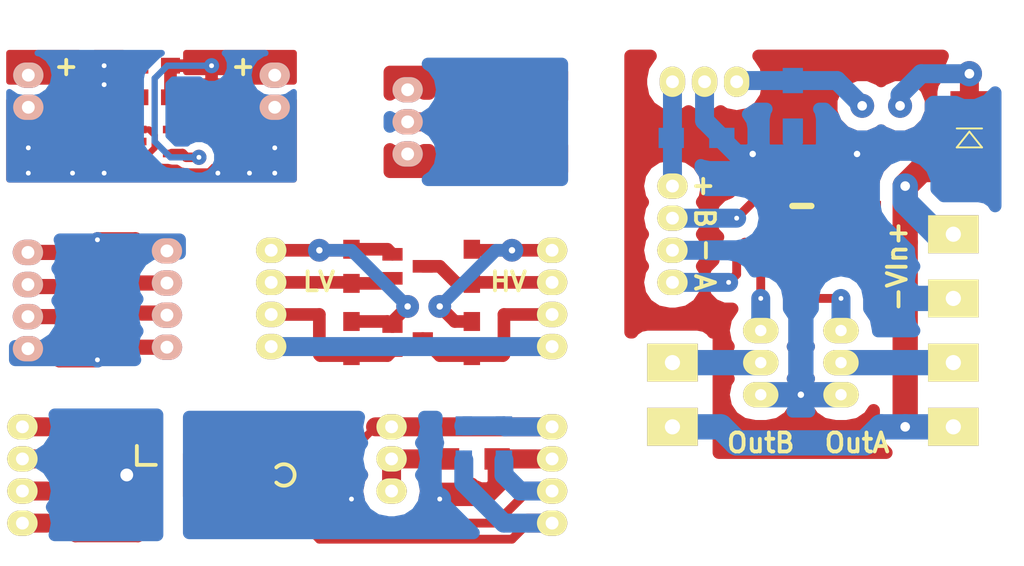
<source format=kicad_pcb>
(kicad_pcb (version 4) (host pcbnew 4.0.4-stable)

  (general
    (links 98)
    (no_connects 0)
    (area 27.336905 15.76 108.925 61.015)
    (thickness 1.6)
    (drawings 11)
    (tracks 323)
    (zones 0)
    (modules 51)
    (nets 43)
  )

  (page A4)
  (layers
    (0 F.Cu signal)
    (31 B.Cu signal)
    (32 B.Adhes user)
    (33 F.Adhes user)
    (34 B.Paste user)
    (35 F.Paste user)
    (36 B.SilkS user)
    (37 F.SilkS user)
    (38 B.Mask user)
    (39 F.Mask user)
    (40 Dwgs.User user)
    (41 Cmts.User user)
    (42 Eco1.User user)
    (43 Eco2.User user)
    (44 Edge.Cuts user)
    (45 Margin user)
    (46 B.CrtYd user)
    (47 F.CrtYd user)
    (48 B.Fab user)
    (49 F.Fab user)
  )

  (setup
    (last_trace_width 0.5)
    (user_trace_width 0.6)
    (user_trace_width 0.7)
    (user_trace_width 0.75)
    (user_trace_width 1)
    (user_trace_width 1.2)
    (user_trace_width 1.5)
    (user_trace_width 2)
    (user_trace_width 2.5)
    (trace_clearance 0.25)
    (zone_clearance 1)
    (zone_45_only no)
    (trace_min 0.5)
    (segment_width 0.2)
    (edge_width 0.15)
    (via_size 1.2)
    (via_drill 0.381)
    (via_min_size 1)
    (via_min_drill 0.254)
    (user_via 1.8 0.381)
    (user_via 1.8 0.508)
    (user_via 2 0.762)
    (user_via 2 1.016)
    (uvia_size 0.3)
    (uvia_drill 0.1)
    (uvias_allowed no)
    (uvia_min_size 0.2)
    (uvia_min_drill 0.1)
    (pcb_text_width 0.3)
    (pcb_text_size 1.5 1.5)
    (mod_edge_width 0.15)
    (mod_text_size 1 1)
    (mod_text_width 0.15)
    (pad_size 4 4)
    (pad_drill 2.5)
    (pad_to_mask_clearance 0.2)
    (aux_axis_origin 26.85 19.23)
    (grid_origin 26.85 19.23)
    (visible_elements 7FFCFFFF)
    (pcbplotparams
      (layerselection 0x010f0_80000001)
      (usegerberextensions true)
      (excludeedgelayer true)
      (linewidth 0.100000)
      (plotframeref false)
      (viasonmask false)
      (mode 1)
      (useauxorigin false)
      (hpglpennumber 1)
      (hpglpenspeed 20)
      (hpglpendiameter 15)
      (hpglpenoverlay 2)
      (psnegative false)
      (psa4output false)
      (plotreference false)
      (plotvalue false)
      (plotinvisibletext false)
      (padsonsilk false)
      (subtractmaskfromsilk false)
      (outputformat 1)
      (mirror false)
      (drillshape 0)
      (scaleselection 1)
      (outputdirectory Output/))
  )

  (net 0 "")
  (net 1 "Net-(C51-Pad1)")
  (net 2 /VIn100)
  (net 3 /Gnd100)
  (net 4 /VOut100)
  (net 5 "Net-(L100-Pad1)")
  (net 6 "Net-(Q110-PadG)")
  (net 7 "Net-(Q111-PadG)")
  (net 8 "Net-(P120-Pad1)")
  (net 9 "Net-(P120-Pad2)")
  (net 10 "Net-(P120-Pad3)")
  (net 11 /GndLVLC)
  (net 12 "Net-(P121-Pad1)")
  (net 13 "Net-(P121-Pad2)")
  (net 14 "Net-(P121-Pad3)")
  (net 15 "Net-(P112-Pad1)")
  (net 16 "Net-(P113-Pad1)")
  (net 17 /GndMF)
  (net 18 /Gnd101)
  (net 19 /VccMF)
  (net 20 "Net-(C112-Pad1)")
  (net 21 /VccMF3)
  (net 22 "Net-(D110-Pad2)")
  (net 23 "Net-(P110-Pad2)")
  (net 24 "Net-(P110-Pad4)")
  (net 25 "Net-(P130-Pad1)")
  (net 26 "Net-(P130-Pad2)")
  (net 27 "Net-(P130-Pad3)")
  (net 28 "Net-(P130-Pad4)")
  (net 29 "Net-(P131-Pad1)")
  (net 30 "Net-(P131-Pad2)")
  (net 31 "Net-(P131-Pad3)")
  (net 32 /VIn101)
  (net 33 /VOut101)
  (net 34 "Net-(C50-Pad1)")
  (net 35 /GndS)
  (net 36 /VddL)
  (net 37 "Net-(P50-Pad3)")
  (net 38 "Net-(P50-Pad4)")
  (net 39 "Net-(P51-Pad1)")
  (net 40 "Net-(P60-Pad1)")
  (net 41 /GndL)
  (net 42 "Net-(P60-Pad4)")

  (net_class Default "This is the default net class."
    (clearance 0.25)
    (trace_width 0.5)
    (via_dia 1.2)
    (via_drill 0.381)
    (uvia_dia 0.3)
    (uvia_drill 0.1)
    (add_net /Gnd100)
    (add_net /Gnd101)
    (add_net /GndL)
    (add_net /GndLVLC)
    (add_net /GndMF)
    (add_net /GndS)
    (add_net /VIn100)
    (add_net /VIn101)
    (add_net /VOut100)
    (add_net /VOut101)
    (add_net /VccMF)
    (add_net /VccMF3)
    (add_net /VddL)
    (add_net "Net-(C112-Pad1)")
    (add_net "Net-(C50-Pad1)")
    (add_net "Net-(C51-Pad1)")
    (add_net "Net-(D110-Pad2)")
    (add_net "Net-(L100-Pad1)")
    (add_net "Net-(P110-Pad2)")
    (add_net "Net-(P110-Pad4)")
    (add_net "Net-(P112-Pad1)")
    (add_net "Net-(P113-Pad1)")
    (add_net "Net-(P120-Pad1)")
    (add_net "Net-(P120-Pad2)")
    (add_net "Net-(P120-Pad3)")
    (add_net "Net-(P121-Pad1)")
    (add_net "Net-(P121-Pad2)")
    (add_net "Net-(P121-Pad3)")
    (add_net "Net-(P130-Pad1)")
    (add_net "Net-(P130-Pad2)")
    (add_net "Net-(P130-Pad3)")
    (add_net "Net-(P130-Pad4)")
    (add_net "Net-(P131-Pad1)")
    (add_net "Net-(P131-Pad2)")
    (add_net "Net-(P131-Pad3)")
    (add_net "Net-(P50-Pad3)")
    (add_net "Net-(P50-Pad4)")
    (add_net "Net-(P51-Pad1)")
    (add_net "Net-(P60-Pad1)")
    (add_net "Net-(P60-Pad4)")
    (add_net "Net-(Q110-PadG)")
    (add_net "Net-(Q111-PadG)")
  )

  (module Calin:C_0805_HandSoldering (layer F.Cu) (tedit 57151B25) (tstamp 57ED82DE)
    (at 33.355 26.635 270)
    (descr "Capacitor SMD 0805, hand soldering")
    (tags "capacitor 0805")
    (path /57EAC43D)
    (attr smd)
    (fp_text reference C100 (at 0 -2.1 270) (layer F.Fab)
      (effects (font (size 1 1) (thickness 0.15)))
    )
    (fp_text value 100nF (at 0 2.1 270) (layer F.Fab)
      (effects (font (size 1 1) (thickness 0.15)))
    )
    (fp_line (start -1 -0.625) (end 1 -0.625) (layer F.Fab) (width 0.1))
    (fp_line (start 1 -0.625) (end 1 0.625) (layer F.Fab) (width 0.1))
    (fp_line (start 1 0.625) (end -1 0.625) (layer F.Fab) (width 0.1))
    (fp_line (start -1 0.625) (end -1 -0.625) (layer F.Fab) (width 0.1))
    (pad 1 smd rect (at -1.25 0 270) (size 1.5 1.25) (layers F.Cu F.Paste F.Mask)
      (net 2 /VIn100))
    (pad 2 smd rect (at 1.25 0 270) (size 1.5 1.25) (layers F.Cu F.Paste F.Mask)
      (net 3 /Gnd100))
    (model Capacitors_SMD.3dshapes/C_0805_HandSoldering.wrl
      (at (xyz 0 0 0))
      (scale (xyz 1 1 1))
      (rotate (xyz 0 0 0))
    )
  )

  (module Calin:C_0805_HandSoldering (layer F.Cu) (tedit 57151B25) (tstamp 57ED82E4)
    (at 35.855 26.635 270)
    (descr "Capacitor SMD 0805, hand soldering")
    (tags "capacitor 0805")
    (path /57EAB365)
    (attr smd)
    (fp_text reference C101 (at 0 -2.1 270) (layer F.Fab)
      (effects (font (size 1 1) (thickness 0.15)))
    )
    (fp_text value 4,7uF (at 0 2.1 270) (layer F.Fab)
      (effects (font (size 1 1) (thickness 0.15)))
    )
    (fp_line (start -1 -0.625) (end 1 -0.625) (layer F.Fab) (width 0.1))
    (fp_line (start 1 -0.625) (end 1 0.625) (layer F.Fab) (width 0.1))
    (fp_line (start 1 0.625) (end -1 0.625) (layer F.Fab) (width 0.1))
    (fp_line (start -1 0.625) (end -1 -0.625) (layer F.Fab) (width 0.1))
    (pad 1 smd rect (at -1.25 0 270) (size 1.5 1.25) (layers F.Cu F.Paste F.Mask)
      (net 2 /VIn100))
    (pad 2 smd rect (at 1.25 0 270) (size 1.5 1.25) (layers F.Cu F.Paste F.Mask)
      (net 3 /Gnd100))
    (model Capacitors_SMD.3dshapes/C_0805_HandSoldering.wrl
      (at (xyz 0 0 0))
      (scale (xyz 1 1 1))
      (rotate (xyz 0 0 0))
    )
  )

  (module Calin:C_0805_HandSoldering (layer F.Cu) (tedit 57151B25) (tstamp 57ED82EA)
    (at 39.855 23.635 180)
    (descr "Capacitor SMD 0805, hand soldering")
    (tags "capacitor 0805")
    (path /57EAB437)
    (attr smd)
    (fp_text reference C102 (at 0 -2.1 180) (layer F.Fab)
      (effects (font (size 1 1) (thickness 0.15)))
    )
    (fp_text value 10uF (at 0 2.1 180) (layer F.Fab)
      (effects (font (size 1 1) (thickness 0.15)))
    )
    (fp_line (start -1 -0.625) (end 1 -0.625) (layer F.Fab) (width 0.1))
    (fp_line (start 1 -0.625) (end 1 0.625) (layer F.Fab) (width 0.1))
    (fp_line (start 1 0.625) (end -1 0.625) (layer F.Fab) (width 0.1))
    (fp_line (start -1 0.625) (end -1 -0.625) (layer F.Fab) (width 0.1))
    (pad 1 smd rect (at -1.25 0 180) (size 1.5 1.25) (layers F.Cu F.Paste F.Mask)
      (net 4 /VOut100))
    (pad 2 smd rect (at 1.25 0 180) (size 1.5 1.25) (layers F.Cu F.Paste F.Mask)
      (net 3 /Gnd100))
    (model Capacitors_SMD.3dshapes/C_0805_HandSoldering.wrl
      (at (xyz 0 0 0))
      (scale (xyz 1 1 1))
      (rotate (xyz 0 0 0))
    )
  )

  (module Calin:C_0805_HandSoldering (layer F.Cu) (tedit 57151B25) (tstamp 57ED82F0)
    (at 39.855 21.135 180)
    (descr "Capacitor SMD 0805, hand soldering")
    (tags "capacitor 0805")
    (path /57EAB35F)
    (attr smd)
    (fp_text reference C103 (at 0 -2.1 180) (layer F.Fab)
      (effects (font (size 1 1) (thickness 0.15)))
    )
    (fp_text value 100nF (at 0 2.1 180) (layer F.Fab)
      (effects (font (size 1 1) (thickness 0.15)))
    )
    (fp_line (start -1 -0.625) (end 1 -0.625) (layer F.Fab) (width 0.1))
    (fp_line (start 1 -0.625) (end 1 0.625) (layer F.Fab) (width 0.1))
    (fp_line (start 1 0.625) (end -1 0.625) (layer F.Fab) (width 0.1))
    (fp_line (start -1 0.625) (end -1 -0.625) (layer F.Fab) (width 0.1))
    (pad 1 smd rect (at -1.25 0 180) (size 1.5 1.25) (layers F.Cu F.Paste F.Mask)
      (net 4 /VOut100))
    (pad 2 smd rect (at 1.25 0 180) (size 1.5 1.25) (layers F.Cu F.Paste F.Mask)
      (net 3 /Gnd100))
    (model Capacitors_SMD.3dshapes/C_0805_HandSoldering.wrl
      (at (xyz 0 0 0))
      (scale (xyz 1 1 1))
      (rotate (xyz 0 0 0))
    )
  )

  (module Calin:C_0805_HandSoldering (layer F.Cu) (tedit 57151B25) (tstamp 57ED82F6)
    (at 66.22 23.04 270)
    (descr "Capacitor SMD 0805, hand soldering")
    (tags "capacitor 0805")
    (path /57EB413A)
    (attr smd)
    (fp_text reference C104 (at 0 -2.1 270) (layer F.Fab)
      (effects (font (size 1 1) (thickness 0.15)))
    )
    (fp_text value 100nF (at 0 2.1 270) (layer F.Fab)
      (effects (font (size 1 1) (thickness 0.15)))
    )
    (fp_line (start -1 -0.625) (end 1 -0.625) (layer F.Fab) (width 0.1))
    (fp_line (start 1 -0.625) (end 1 0.625) (layer F.Fab) (width 0.1))
    (fp_line (start 1 0.625) (end -1 0.625) (layer F.Fab) (width 0.1))
    (fp_line (start -1 0.625) (end -1 -0.625) (layer F.Fab) (width 0.1))
    (pad 1 smd rect (at -1.25 0 270) (size 1.5 1.25) (layers F.Cu F.Paste F.Mask)
      (net 32 /VIn101))
    (pad 2 smd rect (at 1.25 0 270) (size 1.5 1.25) (layers F.Cu F.Paste F.Mask)
      (net 18 /Gnd101))
    (model Capacitors_SMD.3dshapes/C_0805_HandSoldering.wrl
      (at (xyz 0 0 0))
      (scale (xyz 1 1 1))
      (rotate (xyz 0 0 0))
    )
  )

  (module Calin:C_0805_HandSoldering (layer F.Cu) (tedit 57151B25) (tstamp 57ED82FC)
    (at 63.68 23.04 270)
    (descr "Capacitor SMD 0805, hand soldering")
    (tags "capacitor 0805")
    (path /57EB4134)
    (attr smd)
    (fp_text reference C105 (at 0 -2.1 270) (layer F.Fab)
      (effects (font (size 1 1) (thickness 0.15)))
    )
    (fp_text value 1uF (at 0 2.1 270) (layer F.Fab)
      (effects (font (size 1 1) (thickness 0.15)))
    )
    (fp_line (start -1 -0.625) (end 1 -0.625) (layer F.Fab) (width 0.1))
    (fp_line (start 1 -0.625) (end 1 0.625) (layer F.Fab) (width 0.1))
    (fp_line (start 1 0.625) (end -1 0.625) (layer F.Fab) (width 0.1))
    (fp_line (start -1 0.625) (end -1 -0.625) (layer F.Fab) (width 0.1))
    (pad 1 smd rect (at -1.25 0 270) (size 1.5 1.25) (layers F.Cu F.Paste F.Mask)
      (net 32 /VIn101))
    (pad 2 smd rect (at 1.25 0 270) (size 1.5 1.25) (layers F.Cu F.Paste F.Mask)
      (net 18 /Gnd101))
    (model Capacitors_SMD.3dshapes/C_0805_HandSoldering.wrl
      (at (xyz 0 0 0))
      (scale (xyz 1 1 1))
      (rotate (xyz 0 0 0))
    )
  )

  (module Calin:C_0805_HandSoldering (layer F.Cu) (tedit 57151B25) (tstamp 57ED8302)
    (at 63.68 28.12 90)
    (descr "Capacitor SMD 0805, hand soldering")
    (tags "capacitor 0805")
    (path /57EB4517)
    (attr smd)
    (fp_text reference C106 (at 0 -2.1 90) (layer F.Fab)
      (effects (font (size 1 1) (thickness 0.15)))
    )
    (fp_text value 4,7uF (at 0 2.1 90) (layer F.Fab)
      (effects (font (size 1 1) (thickness 0.15)))
    )
    (fp_line (start -1 -0.625) (end 1 -0.625) (layer F.Fab) (width 0.1))
    (fp_line (start 1 -0.625) (end 1 0.625) (layer F.Fab) (width 0.1))
    (fp_line (start 1 0.625) (end -1 0.625) (layer F.Fab) (width 0.1))
    (fp_line (start -1 0.625) (end -1 -0.625) (layer F.Fab) (width 0.1))
    (pad 1 smd rect (at -1.25 0 90) (size 1.5 1.25) (layers F.Cu F.Paste F.Mask)
      (net 33 /VOut101))
    (pad 2 smd rect (at 1.25 0 90) (size 1.5 1.25) (layers F.Cu F.Paste F.Mask)
      (net 18 /Gnd101))
    (model Capacitors_SMD.3dshapes/C_0805_HandSoldering.wrl
      (at (xyz 0 0 0))
      (scale (xyz 1 1 1))
      (rotate (xyz 0 0 0))
    )
  )

  (module Calin:C_0805_HandSoldering (layer F.Cu) (tedit 57151B25) (tstamp 57ED8308)
    (at 66.22 28.12 90)
    (descr "Capacitor SMD 0805, hand soldering")
    (tags "capacitor 0805")
    (path /57EB4511)
    (attr smd)
    (fp_text reference C107 (at 0 -2.1 90) (layer F.Fab)
      (effects (font (size 1 1) (thickness 0.15)))
    )
    (fp_text value 100nF (at 0 2.1 90) (layer F.Fab)
      (effects (font (size 1 1) (thickness 0.15)))
    )
    (fp_line (start -1 -0.625) (end 1 -0.625) (layer F.Fab) (width 0.1))
    (fp_line (start 1 -0.625) (end 1 0.625) (layer F.Fab) (width 0.1))
    (fp_line (start 1 0.625) (end -1 0.625) (layer F.Fab) (width 0.1))
    (fp_line (start -1 0.625) (end -1 -0.625) (layer F.Fab) (width 0.1))
    (pad 1 smd rect (at -1.25 0 90) (size 1.5 1.25) (layers F.Cu F.Paste F.Mask)
      (net 33 /VOut101))
    (pad 2 smd rect (at 1.25 0 90) (size 1.5 1.25) (layers F.Cu F.Paste F.Mask)
      (net 18 /Gnd101))
    (model Capacitors_SMD.3dshapes/C_0805_HandSoldering.wrl
      (at (xyz 0 0 0))
      (scale (xyz 1 1 1))
      (rotate (xyz 0 0 0))
    )
  )

  (module Calin:C_0805_HandSoldering (layer F.Cu) (tedit 57151B25) (tstamp 57ED830E)
    (at 94.16 33.835 90)
    (descr "Capacitor SMD 0805, hand soldering")
    (tags "capacitor 0805")
    (path /57ED5C8B)
    (attr smd)
    (fp_text reference C110 (at 0 -2.1 90) (layer F.Fab)
      (effects (font (size 1 1) (thickness 0.15)))
    )
    (fp_text value 4,7uF (at 0 2.1 90) (layer F.Fab)
      (effects (font (size 1 1) (thickness 0.15)))
    )
    (fp_line (start -1 -0.625) (end 1 -0.625) (layer F.Fab) (width 0.1))
    (fp_line (start 1 -0.625) (end 1 0.625) (layer F.Fab) (width 0.1))
    (fp_line (start 1 0.625) (end -1 0.625) (layer F.Fab) (width 0.1))
    (fp_line (start -1 0.625) (end -1 -0.625) (layer F.Fab) (width 0.1))
    (pad 1 smd rect (at -1.25 0 90) (size 1.5 1.25) (layers F.Cu F.Paste F.Mask)
      (net 19 /VccMF))
    (pad 2 smd rect (at 1.25 0 90) (size 1.5 1.25) (layers F.Cu F.Paste F.Mask)
      (net 17 /GndMF))
    (model Capacitors_SMD.3dshapes/C_0805_HandSoldering.wrl
      (at (xyz 0 0 0))
      (scale (xyz 1 1 1))
      (rotate (xyz 0 0 0))
    )
  )

  (module Calin:C_0805_HandSoldering (layer F.Cu) (tedit 57151B25) (tstamp 57ED8314)
    (at 96.7 33.835 90)
    (descr "Capacitor SMD 0805, hand soldering")
    (tags "capacitor 0805")
    (path /57ED5C85)
    (attr smd)
    (fp_text reference C111 (at 0 -2.1 90) (layer F.Fab)
      (effects (font (size 1 1) (thickness 0.15)))
    )
    (fp_text value 100nF (at 0 2.1 90) (layer F.Fab)
      (effects (font (size 1 1) (thickness 0.15)))
    )
    (fp_line (start -1 -0.625) (end 1 -0.625) (layer F.Fab) (width 0.1))
    (fp_line (start 1 -0.625) (end 1 0.625) (layer F.Fab) (width 0.1))
    (fp_line (start 1 0.625) (end -1 0.625) (layer F.Fab) (width 0.1))
    (fp_line (start -1 0.625) (end -1 -0.625) (layer F.Fab) (width 0.1))
    (pad 1 smd rect (at -1.25 0 90) (size 1.5 1.25) (layers F.Cu F.Paste F.Mask)
      (net 19 /VccMF))
    (pad 2 smd rect (at 1.25 0 90) (size 1.5 1.25) (layers F.Cu F.Paste F.Mask)
      (net 17 /GndMF))
    (model Capacitors_SMD.3dshapes/C_0805_HandSoldering.wrl
      (at (xyz 0 0 0))
      (scale (xyz 1 1 1))
      (rotate (xyz 0 0 0))
    )
  )

  (module Calin:Pin_Header_Straight_1x02 (layer B.Cu) (tedit 564A4C82) (tstamp 57ED832A)
    (at 29.855 21.885 180)
    (descr "Through hole pin header")
    (tags "pin header")
    (path /57EB1F67)
    (fp_text reference P100 (at 0 5.1 180) (layer B.Fab)
      (effects (font (size 1 1) (thickness 0.15)) (justify mirror))
    )
    (fp_text value PVIn (at 0 3.1 180) (layer B.Fab)
      (effects (font (size 1 1) (thickness 0.15)) (justify mirror))
    )
    (fp_line (start -1.75 1.75) (end -1.75 -4.3) (layer B.CrtYd) (width 0.05))
    (fp_line (start 1.75 1.75) (end 1.75 -4.3) (layer B.CrtYd) (width 0.05))
    (fp_line (start -1.75 1.75) (end 1.75 1.75) (layer B.CrtYd) (width 0.05))
    (fp_line (start -1.75 -4.3) (end 1.75 -4.3) (layer B.CrtYd) (width 0.05))
    (pad 1 thru_hole oval (at 0 0 180) (size 2.4 2) (drill 1.016) (layers *.Cu *.Mask B.SilkS)
      (net 2 /VIn100))
    (pad 2 thru_hole oval (at 0 -2.54 180) (size 2.4 2) (drill 1.016) (layers *.Cu *.Mask B.SilkS)
      (net 3 /Gnd100))
    (model Pin_Headers.3dshapes/Pin_Header_Straight_1x02.wrl
      (at (xyz 0 -0.05 0))
      (scale (xyz 1 1 1))
      (rotate (xyz 0 0 90))
    )
  )

  (module Calin:Pin_Header_Straight_1x02 (layer B.Cu) (tedit 564A4C82) (tstamp 57ED8330)
    (at 49.355 21.885 180)
    (descr "Through hole pin header")
    (tags "pin header")
    (path /57EB1C2A)
    (fp_text reference P101 (at 0 5.1 180) (layer B.Fab)
      (effects (font (size 1 1) (thickness 0.15)) (justify mirror))
    )
    (fp_text value PVOut (at 0 3.1 180) (layer B.Fab)
      (effects (font (size 1 1) (thickness 0.15)) (justify mirror))
    )
    (fp_line (start -1.75 1.75) (end -1.75 -4.3) (layer B.CrtYd) (width 0.05))
    (fp_line (start 1.75 1.75) (end 1.75 -4.3) (layer B.CrtYd) (width 0.05))
    (fp_line (start -1.75 1.75) (end 1.75 1.75) (layer B.CrtYd) (width 0.05))
    (fp_line (start -1.75 -4.3) (end 1.75 -4.3) (layer B.CrtYd) (width 0.05))
    (pad 1 thru_hole oval (at 0 0 180) (size 2.4 2) (drill 1.016) (layers *.Cu *.Mask B.SilkS)
      (net 4 /VOut100))
    (pad 2 thru_hole oval (at 0 -2.54 180) (size 2.4 2) (drill 1.016) (layers *.Cu *.Mask B.SilkS)
      (net 3 /Gnd100))
    (model Pin_Headers.3dshapes/Pin_Header_Straight_1x02.wrl
      (at (xyz 0 -0.05 0))
      (scale (xyz 1 1 1))
      (rotate (xyz 0 0 90))
    )
  )

  (module Calin:SOIC-8-N (layer F.Cu) (tedit 57E6D8B6) (tstamp 57ED8377)
    (at 89.715 33.835 180)
    (descr SOIC-8-N)
    (tags SO8)
    (path /57ED468D)
    (attr smd)
    (fp_text reference U110 (at 0 -1.3716 180) (layer F.Fab)
      (effects (font (size 1 1) (thickness 0.15)))
    )
    (fp_text value TC4427 (at 0 1.4732 180) (layer F.Fab)
      (effects (font (size 1 1) (thickness 0.15)))
    )
    (fp_line (start -2.1 1.6) (end -0.6 1.6) (layer F.SilkS) (width 0.5))
    (fp_line (start -2.54 -2.286) (end -2.54 -0.65) (layer F.Fab) (width 0.15))
    (fp_line (start -2.54 -2.286) (end 2.54 -2.286) (layer F.Fab) (width 0.15))
    (fp_line (start 2.54 -2.286) (end 2.54 2.286) (layer F.Fab) (width 0.15))
    (fp_line (start 2.54 2.286) (end -2.54 2.286) (layer F.Fab) (width 0.15))
    (fp_line (start -2.54 2.286) (end -2.54 0.65) (layer F.Fab) (width 0.15))
    (fp_line (start -2.54 -0.65) (end -2.032 -0.65) (layer F.Fab) (width 0.15))
    (fp_line (start -2.032 -0.65) (end -2.032 0.65) (layer F.Fab) (width 0.15))
    (fp_line (start -2.032 0.65) (end -2.54 0.65) (layer F.Fab) (width 0.15))
    (pad 8 smd rect (at -1.905 -3.175 180) (size 0.7 1.2) (layers F.Cu F.Paste F.Mask))
    (pad 7 smd rect (at -0.635 -3.175 180) (size 0.7 1.2) (layers F.Cu F.Paste F.Mask)
      (net 6 "Net-(Q110-PadG)"))
    (pad 6 smd rect (at 0.635 -3.175 180) (size 0.7 1.2) (layers F.Cu F.Paste F.Mask)
      (net 19 /VccMF))
    (pad 5 smd rect (at 1.905 -3.175 180) (size 0.7 1.2) (layers F.Cu F.Paste F.Mask)
      (net 7 "Net-(Q111-PadG)"))
    (pad 4 smd rect (at 1.905 3.175 180) (size 0.7 1.2) (layers F.Cu F.Paste F.Mask)
      (net 23 "Net-(P110-Pad2)"))
    (pad 3 smd rect (at 0.635 3.175 180) (size 0.7 1.2) (layers F.Cu F.Paste F.Mask)
      (net 17 /GndMF))
    (pad 2 smd rect (at -0.635 3.175 180) (size 0.7 1.2) (layers F.Cu F.Paste F.Mask)
      (net 24 "Net-(P110-Pad4)"))
    (pad 1 smd rect (at -1.905 3.175 180) (size 0.7 1.2) (layers F.Cu F.Paste F.Mask))
    (model SMD_Packages.3dshapes/SOIC-8-N.wrl
      (at (xyz 0 0 0))
      (scale (xyz 0.5 0.38 0.5))
      (rotate (xyz 0 0 0))
    )
  )

  (module Calin:Pin_Header_Straight_1x04 (layer B.Cu) (tedit 564A4D03) (tstamp 57F04D12)
    (at 29.825 35.91 180)
    (descr "Through hole pin header")
    (tags "pin header")
    (path /57EEA01E)
    (fp_text reference P120 (at 0 5.1 180) (layer B.Fab)
      (effects (font (size 1 1) (thickness 0.15)) (justify mirror))
    )
    (fp_text value PLVLC (at 0 3.1 180) (layer B.Fab)
      (effects (font (size 1 1) (thickness 0.15)) (justify mirror))
    )
    (fp_line (start -1.75 1.75) (end -1.75 -9.4) (layer B.CrtYd) (width 0.05))
    (fp_line (start 1.75 1.75) (end 1.75 -9.4) (layer B.CrtYd) (width 0.05))
    (fp_line (start -1.75 1.75) (end 1.75 1.75) (layer B.CrtYd) (width 0.05))
    (fp_line (start -1.75 -9.4) (end 1.75 -9.4) (layer B.CrtYd) (width 0.05))
    (pad 1 thru_hole oval (at 0 0 180) (size 2.4 2) (drill 1.016) (layers *.Cu *.Mask B.SilkS)
      (net 8 "Net-(P120-Pad1)"))
    (pad 2 thru_hole oval (at 0 -2.54 180) (size 2.4 2) (drill 1.016) (layers *.Cu *.Mask B.SilkS)
      (net 9 "Net-(P120-Pad2)"))
    (pad 3 thru_hole oval (at 0 -5.08 180) (size 2.4 2) (drill 1.016) (layers *.Cu *.Mask B.SilkS)
      (net 10 "Net-(P120-Pad3)"))
    (pad 4 thru_hole oval (at 0 -7.62 180) (size 2.4 2) (drill 1.016) (layers *.Cu *.Mask B.SilkS)
      (net 11 /GndLVLC))
    (model Pin_Headers.3dshapes/Pin_Header_Straight_1x04.wrl
      (at (xyz 0 -0.15 0))
      (scale (xyz 1 1 1))
      (rotate (xyz 0 0 90))
    )
  )

  (module Calin:Pin_Header_Straight_1x04 (layer B.Cu) (tedit 564A4D03) (tstamp 57F04D1E)
    (at 40.825 43.41)
    (descr "Through hole pin header")
    (tags "pin header")
    (path /57EEA256)
    (fp_text reference P121 (at 0 5.1) (layer B.Fab)
      (effects (font (size 1 1) (thickness 0.15)) (justify mirror))
    )
    (fp_text value PLVLC (at 0 3.1) (layer B.Fab)
      (effects (font (size 1 1) (thickness 0.15)) (justify mirror))
    )
    (fp_line (start -1.75 1.75) (end -1.75 -9.4) (layer B.CrtYd) (width 0.05))
    (fp_line (start 1.75 1.75) (end 1.75 -9.4) (layer B.CrtYd) (width 0.05))
    (fp_line (start -1.75 1.75) (end 1.75 1.75) (layer B.CrtYd) (width 0.05))
    (fp_line (start -1.75 -9.4) (end 1.75 -9.4) (layer B.CrtYd) (width 0.05))
    (pad 1 thru_hole oval (at 0 0) (size 2.4 2) (drill 1.016) (layers *.Cu *.Mask B.SilkS)
      (net 12 "Net-(P121-Pad1)"))
    (pad 2 thru_hole oval (at 0 -2.54) (size 2.4 2) (drill 1.016) (layers *.Cu *.Mask B.SilkS)
      (net 13 "Net-(P121-Pad2)"))
    (pad 3 thru_hole oval (at 0 -5.08) (size 2.4 2) (drill 1.016) (layers *.Cu *.Mask B.SilkS)
      (net 14 "Net-(P121-Pad3)"))
    (pad 4 thru_hole oval (at 0 -7.62) (size 2.4 2) (drill 1.016) (layers *.Cu *.Mask B.SilkS)
      (net 11 /GndLVLC))
    (model Pin_Headers.3dshapes/Pin_Header_Straight_1x04.wrl
      (at (xyz 0 -0.15 0))
      (scale (xyz 1 1 1))
      (rotate (xyz 0 0 90))
    )
  )

  (module Calin:bornier2 (layer F.Cu) (tedit 57EEB035) (tstamp 57EEB087)
    (at 103.05 37.01 270)
    (descr "Connector 5.08 mm")
    (path /57EECD90)
    (fp_text reference P111 (at 0 -4.75 270) (layer F.Fab)
      (effects (font (size 1 1) (thickness 0.15)))
    )
    (fp_text value PVOut (at 0 4.75 270) (layer F.Fab)
      (effects (font (size 1 1) (thickness 0.15)))
    )
    (fp_line (start 5.08 2.54) (end -5.08 2.54) (layer F.Fab) (width 0.15))
    (fp_line (start 5.08 3.81) (end 5.08 -3.81) (layer F.Fab) (width 0.15))
    (fp_line (start 5.08 -3.81) (end -5.08 -3.81) (layer F.Fab) (width 0.15))
    (fp_line (start -5.08 -3.81) (end -5.08 3.81) (layer F.Fab) (width 0.15))
    (fp_line (start -5.08 3.81) (end 5.08 3.81) (layer F.Fab) (width 0.15))
    (pad 1 thru_hole rect (at -2.54 0 270) (size 3 4) (drill 1.2) (layers *.Cu *.Mask F.SilkS)
      (net 19 /VccMF))
    (pad 2 thru_hole rect (at 2.54 0 270) (size 3 4) (drill 1.2) (layers *.Cu *.Mask F.SilkS)
      (net 17 /GndMF))
    (model Connect.3dshapes/bornier2.wrl
      (at (xyz 0 0 0))
      (scale (xyz 1 1 1))
      (rotate (xyz 0 0 0))
    )
  )

  (module Calin:bornier2 (layer F.Cu) (tedit 57EEB035) (tstamp 57EEB097)
    (at 80.825 47.17 270)
    (descr "Connector 5.08 mm")
    (path /57EECCA7)
    (fp_text reference P113 (at 0 -4.75 270) (layer F.Fab)
      (effects (font (size 1 1) (thickness 0.15)))
    )
    (fp_text value PVOut (at 0 4.75 270) (layer F.Fab)
      (effects (font (size 1 1) (thickness 0.15)))
    )
    (fp_line (start 5.08 2.54) (end -5.08 2.54) (layer F.Fab) (width 0.15))
    (fp_line (start 5.08 3.81) (end 5.08 -3.81) (layer F.Fab) (width 0.15))
    (fp_line (start 5.08 -3.81) (end -5.08 -3.81) (layer F.Fab) (width 0.15))
    (fp_line (start -5.08 -3.81) (end -5.08 3.81) (layer F.Fab) (width 0.15))
    (fp_line (start -5.08 3.81) (end 5.08 3.81) (layer F.Fab) (width 0.15))
    (pad 1 thru_hole rect (at -2.54 0 270) (size 3 4) (drill 1.2) (layers *.Cu *.Mask F.SilkS)
      (net 16 "Net-(P113-Pad1)"))
    (pad 2 thru_hole rect (at 2.54 0 270) (size 3 4) (drill 1.2) (layers *.Cu *.Mask F.SilkS)
      (net 19 /VccMF))
    (model Connect.3dshapes/bornier2.wrl
      (at (xyz 0 0 0))
      (scale (xyz 1 1 1))
      (rotate (xyz 0 0 0))
    )
  )

  (module Calin:bornier2 (layer F.Cu) (tedit 57EEB035) (tstamp 57EEB091)
    (at 103.05 47.17 270)
    (descr "Connector 5.08 mm")
    (path /57EECAFD)
    (fp_text reference P112 (at 0 -4.75 270) (layer F.Fab)
      (effects (font (size 1 1) (thickness 0.15)))
    )
    (fp_text value PVOut (at 0 4.75 270) (layer F.Fab)
      (effects (font (size 1 1) (thickness 0.15)))
    )
    (fp_line (start 5.08 2.54) (end -5.08 2.54) (layer F.Fab) (width 0.15))
    (fp_line (start 5.08 3.81) (end 5.08 -3.81) (layer F.Fab) (width 0.15))
    (fp_line (start 5.08 -3.81) (end -5.08 -3.81) (layer F.Fab) (width 0.15))
    (fp_line (start -5.08 -3.81) (end -5.08 3.81) (layer F.Fab) (width 0.15))
    (fp_line (start -5.08 3.81) (end 5.08 3.81) (layer F.Fab) (width 0.15))
    (pad 1 thru_hole rect (at -2.54 0 270) (size 3 4) (drill 1.2) (layers *.Cu *.Mask F.SilkS)
      (net 15 "Net-(P112-Pad1)"))
    (pad 2 thru_hole rect (at 2.54 0 270) (size 3 4) (drill 1.2) (layers *.Cu *.Mask F.SilkS)
      (net 19 /VccMF))
    (model Connect.3dshapes/bornier2.wrl
      (at (xyz 0 0 0))
      (scale (xyz 1 1 1))
      (rotate (xyz 0 0 0))
    )
  )

  (module Calin:TO-220AB-GDS (layer F.Cu) (tedit 57EEB768) (tstamp 57ED835B)
    (at 87.81 44.63 270)
    (path /57ED5EE1)
    (fp_text reference Q111 (at 0 -2.5 270) (layer F.Fab)
      (effects (font (size 1 1) (thickness 0.15)))
    )
    (fp_text value IRLB8721 (at 0 2.54 270) (layer F.Fab)
      (effects (font (size 1 1) (thickness 0.15)))
    )
    (fp_line (start -5.335 -3.225) (end -5.335 1.605) (layer F.Fab) (width 0.15))
    (fp_line (start 5.335 -3.225) (end 5.335 1.605) (layer F.Fab) (width 0.15))
    (fp_line (start 5.335 1.605) (end -5.335 1.605) (layer F.Fab) (width 0.15))
    (fp_line (start 5.335 -1.825) (end -5.335 -1.825) (layer F.Fab) (width 0.15))
    (fp_line (start 5.335 -3.225) (end -5.335 -3.225) (layer F.Fab) (width 0.15))
    (pad G thru_hole oval (at -2.54 0 270) (size 2 2.8) (drill 0.9) (layers *.Cu *.Mask F.SilkS)
      (net 7 "Net-(Q111-PadG)"))
    (pad D thru_hole oval (at 0 0 270) (size 2 2.8) (drill 0.9) (layers *.Cu *.Mask F.SilkS)
      (net 16 "Net-(P113-Pad1)"))
    (pad S thru_hole oval (at 2.54 0 270) (size 2 2.8) (drill 0.9) (layers *.Cu *.Mask F.SilkS)
      (net 17 /GndMF))
    (model Transistors_TO-220.3dshapes/TO-220_FET-GDS_Vertical_LargePads.wrl
      (at (xyz 0 0 0))
      (scale (xyz 0.3937 0.3937 0.3937))
      (rotate (xyz 0 0 0))
    )
  )

  (module Calin:TO-220AB-GDS (layer F.Cu) (tedit 57EEB768) (tstamp 57ED8354)
    (at 94.16 44.63 270)
    (path /57ED5DE0)
    (fp_text reference Q110 (at 0 -2.5 270) (layer F.Fab)
      (effects (font (size 1 1) (thickness 0.15)))
    )
    (fp_text value IRLB8721 (at 0 2.54 270) (layer F.Fab)
      (effects (font (size 1 1) (thickness 0.15)))
    )
    (fp_line (start -5.335 -3.225) (end -5.335 1.605) (layer F.Fab) (width 0.15))
    (fp_line (start 5.335 -3.225) (end 5.335 1.605) (layer F.Fab) (width 0.15))
    (fp_line (start 5.335 1.605) (end -5.335 1.605) (layer F.Fab) (width 0.15))
    (fp_line (start 5.335 -1.825) (end -5.335 -1.825) (layer F.Fab) (width 0.15))
    (fp_line (start 5.335 -3.225) (end -5.335 -3.225) (layer F.Fab) (width 0.15))
    (pad G thru_hole oval (at -2.54 0 270) (size 2 2.8) (drill 0.9) (layers *.Cu *.Mask F.SilkS)
      (net 6 "Net-(Q110-PadG)"))
    (pad D thru_hole oval (at 0 0 270) (size 2 2.8) (drill 0.9) (layers *.Cu *.Mask F.SilkS)
      (net 15 "Net-(P112-Pad1)"))
    (pad S thru_hole oval (at 2.54 0 270) (size 2 2.8) (drill 0.9) (layers *.Cu *.Mask F.SilkS)
      (net 17 /GndMF))
    (model Transistors_TO-220.3dshapes/TO-220_FET-GDS_Vertical_LargePads.wrl
      (at (xyz 0 0 0))
      (scale (xyz 0.3937 0.3937 0.3937))
      (rotate (xyz 0 0 0))
    )
  )

  (module Calin:C_1206_HandSoldering (layer B.Cu) (tedit 57151968) (tstamp 5895C316)
    (at 90.35 24.31 270)
    (descr "Capacitor SMD 1206, hand soldering")
    (tags "capacitor 1206")
    (path /57F56FFC)
    (attr smd)
    (fp_text reference C112 (at 0 2.3 270) (layer B.Fab)
      (effects (font (size 1 1) (thickness 0.15)) (justify mirror))
    )
    (fp_text value 10uF (at 0 -2.3 270) (layer B.Fab)
      (effects (font (size 1 1) (thickness 0.15)) (justify mirror))
    )
    (fp_line (start -1.6 0.8) (end 1.6 0.8) (layer B.Fab) (width 0.1))
    (fp_line (start 1.6 0.8) (end 1.6 -0.8) (layer B.Fab) (width 0.1))
    (fp_line (start 1.6 -0.8) (end -1.6 -0.8) (layer B.Fab) (width 0.1))
    (fp_line (start -1.6 -0.8) (end -1.6 0.8) (layer B.Fab) (width 0.1))
    (pad 1 smd rect (at -2 0 270) (size 2 1.6) (layers B.Cu B.Paste B.Mask)
      (net 20 "Net-(C112-Pad1)"))
    (pad 2 smd rect (at 2 0 270) (size 2 1.6) (layers B.Cu B.Paste B.Mask)
      (net 17 /GndMF))
    (model Capacitors_SMD.3dshapes/C_1206_HandSoldering.wrl
      (at (xyz 0 0 0))
      (scale (xyz 1 1 1))
      (rotate (xyz 0 0 0))
    )
  )

  (module Calin:C_1206_HandSoldering (layer B.Cu) (tedit 57151968) (tstamp 5895C31C)
    (at 82.73 26.85)
    (descr "Capacitor SMD 1206, hand soldering")
    (tags "capacitor 1206")
    (path /57F58BDE)
    (attr smd)
    (fp_text reference C113 (at 0 2.3) (layer B.Fab)
      (effects (font (size 1 1) (thickness 0.15)) (justify mirror))
    )
    (fp_text value 10uF (at 0 -2.3) (layer B.Fab)
      (effects (font (size 1 1) (thickness 0.15)) (justify mirror))
    )
    (fp_line (start -1.6 0.8) (end 1.6 0.8) (layer B.Fab) (width 0.1))
    (fp_line (start 1.6 0.8) (end 1.6 -0.8) (layer B.Fab) (width 0.1))
    (fp_line (start 1.6 -0.8) (end -1.6 -0.8) (layer B.Fab) (width 0.1))
    (fp_line (start -1.6 -0.8) (end -1.6 0.8) (layer B.Fab) (width 0.1))
    (pad 1 smd rect (at -2 0) (size 2 1.6) (layers B.Cu B.Paste B.Mask)
      (net 21 /VccMF3))
    (pad 2 smd rect (at 2 0) (size 2 1.6) (layers B.Cu B.Paste B.Mask)
      (net 17 /GndMF))
    (model Capacitors_SMD.3dshapes/C_1206_HandSoldering.wrl
      (at (xyz 0 0 0))
      (scale (xyz 1 1 1))
      (rotate (xyz 0 0 0))
    )
  )

  (module Calin:Pin_Header_Straight_1x04 (layer F.Cu) (tedit 564A4D03) (tstamp 5895C33B)
    (at 80.825 30.66)
    (descr "Through hole pin header")
    (tags "pin header")
    (path /57F81A5F)
    (fp_text reference P110 (at 0 -5.1) (layer F.Fab)
      (effects (font (size 1 1) (thickness 0.15)))
    )
    (fp_text value PWMin (at 0 -3.1) (layer F.Fab)
      (effects (font (size 1 1) (thickness 0.15)))
    )
    (fp_line (start -1.75 -1.75) (end -1.75 9.4) (layer F.CrtYd) (width 0.05))
    (fp_line (start 1.75 -1.75) (end 1.75 9.4) (layer F.CrtYd) (width 0.05))
    (fp_line (start -1.75 -1.75) (end 1.75 -1.75) (layer F.CrtYd) (width 0.05))
    (fp_line (start -1.75 9.4) (end 1.75 9.4) (layer F.CrtYd) (width 0.05))
    (pad 1 thru_hole oval (at 0 0) (size 2.4 2) (drill 1.016) (layers *.Cu *.Mask F.SilkS)
      (net 21 /VccMF3))
    (pad 2 thru_hole oval (at 0 2.54) (size 2.4 2) (drill 1.016) (layers *.Cu *.Mask F.SilkS)
      (net 23 "Net-(P110-Pad2)"))
    (pad 3 thru_hole oval (at 0 5.08) (size 2.4 2) (drill 1.016) (layers *.Cu *.Mask F.SilkS)
      (net 17 /GndMF))
    (pad 4 thru_hole oval (at 0 7.62) (size 2.4 2) (drill 1.016) (layers *.Cu *.Mask F.SilkS)
      (net 24 "Net-(P110-Pad4)"))
    (model Pin_Headers.3dshapes/Pin_Header_Straight_1x04.wrl
      (at (xyz 0 -0.15 0))
      (scale (xyz 1 1 1))
      (rotate (xyz 0 0 90))
    )
  )

  (module Calin:Pin_Header_Straight_1x04 (layer F.Cu) (tedit 564A4D03) (tstamp 5895C349)
    (at 49.075 35.74)
    (descr "Through hole pin header")
    (tags "pin header")
    (path /57F833EE)
    (fp_text reference P130 (at 0 -5.1) (layer F.Fab)
      (effects (font (size 1 1) (thickness 0.15)))
    )
    (fp_text value loConn (at 0 -3.1) (layer F.Fab)
      (effects (font (size 1 1) (thickness 0.15)))
    )
    (fp_line (start -1.75 -1.75) (end -1.75 9.4) (layer F.CrtYd) (width 0.05))
    (fp_line (start 1.75 -1.75) (end 1.75 9.4) (layer F.CrtYd) (width 0.05))
    (fp_line (start -1.75 -1.75) (end 1.75 -1.75) (layer F.CrtYd) (width 0.05))
    (fp_line (start -1.75 9.4) (end 1.75 9.4) (layer F.CrtYd) (width 0.05))
    (pad 1 thru_hole oval (at 0 0) (size 2.4 2) (drill 1.016) (layers *.Cu *.Mask F.SilkS)
      (net 25 "Net-(P130-Pad1)"))
    (pad 2 thru_hole oval (at 0 2.54) (size 2.4 2) (drill 1.016) (layers *.Cu *.Mask F.SilkS)
      (net 26 "Net-(P130-Pad2)"))
    (pad 3 thru_hole oval (at 0 5.08) (size 2.4 2) (drill 1.016) (layers *.Cu *.Mask F.SilkS)
      (net 27 "Net-(P130-Pad3)"))
    (pad 4 thru_hole oval (at 0 7.62) (size 2.4 2) (drill 1.016) (layers *.Cu *.Mask F.SilkS)
      (net 28 "Net-(P130-Pad4)"))
    (model Pin_Headers.3dshapes/Pin_Header_Straight_1x04.wrl
      (at (xyz 0 -0.15 0))
      (scale (xyz 1 1 1))
      (rotate (xyz 0 0 90))
    )
  )

  (module Calin:Pin_Header_Straight_1x04 (layer F.Cu) (tedit 564A4D03) (tstamp 5895C351)
    (at 71.3 35.74)
    (descr "Through hole pin header")
    (tags "pin header")
    (path /57F850B6)
    (fp_text reference P131 (at 0 -5.1) (layer F.Fab)
      (effects (font (size 1 1) (thickness 0.15)))
    )
    (fp_text value hiConn (at 0 -3.1) (layer F.Fab)
      (effects (font (size 1 1) (thickness 0.15)))
    )
    (fp_line (start -1.75 -1.75) (end -1.75 9.4) (layer F.CrtYd) (width 0.05))
    (fp_line (start 1.75 -1.75) (end 1.75 9.4) (layer F.CrtYd) (width 0.05))
    (fp_line (start -1.75 -1.75) (end 1.75 -1.75) (layer F.CrtYd) (width 0.05))
    (fp_line (start -1.75 9.4) (end 1.75 9.4) (layer F.CrtYd) (width 0.05))
    (pad 1 thru_hole oval (at 0 0) (size 2.4 2) (drill 1.016) (layers *.Cu *.Mask F.SilkS)
      (net 29 "Net-(P131-Pad1)"))
    (pad 2 thru_hole oval (at 0 2.54) (size 2.4 2) (drill 1.016) (layers *.Cu *.Mask F.SilkS)
      (net 30 "Net-(P131-Pad2)"))
    (pad 3 thru_hole oval (at 0 5.08) (size 2.4 2) (drill 1.016) (layers *.Cu *.Mask F.SilkS)
      (net 31 "Net-(P131-Pad3)"))
    (pad 4 thru_hole oval (at 0 7.62) (size 2.4 2) (drill 1.016) (layers *.Cu *.Mask F.SilkS)
      (net 28 "Net-(P130-Pad4)"))
    (model Pin_Headers.3dshapes/Pin_Header_Straight_1x04.wrl
      (at (xyz 0 -0.15 0))
      (scale (xyz 1 1 1))
      (rotate (xyz 0 0 90))
    )
  )

  (module Calin:SOT-23-calin (layer F.Cu) (tedit 57154463) (tstamp 5895C373)
    (at 59.87 42.725 270)
    (path /57F8365E)
    (fp_text reference Q131 (at 0 -2.7 270) (layer F.Fab)
      (effects (font (size 1 1) (thickness 0.15)))
    )
    (fp_text value BSS138 (at 0.4 2.8 270) (layer F.Fab)
      (effects (font (size 1 1) (thickness 0.15)))
    )
    (fp_line (start -1.5 -0.7) (end 1.5 -0.7) (layer F.Fab) (width 0.1))
    (fp_line (start 1.5 -0.7) (end 1.5 0.7) (layer F.Fab) (width 0.1))
    (fp_line (start 1.5 0.7) (end -1.5 0.7) (layer F.Fab) (width 0.1))
    (fp_line (start -1.5 0.7) (end -1.5 -0.7) (layer F.Fab) (width 0.1))
    (pad G smd rect (at -0.95 1.2 270) (size 1 1.6) (layers F.Cu F.Paste F.Mask)
      (net 25 "Net-(P130-Pad1)"))
    (pad S smd rect (at 0.95 1.2 270) (size 1 1.6) (layers F.Cu F.Paste F.Mask)
      (net 27 "Net-(P130-Pad3)"))
    (pad D smd rect (at 0 -1.2 270) (size 1 1.6) (layers F.Cu F.Paste F.Mask)
      (net 31 "Net-(P131-Pad3)"))
    (model TO_SOT_Packages_SMD.3dshapes/SOT-23.wrl
      (at (xyz 0 0 0))
      (scale (xyz 1 1 1))
      (rotate (xyz 0 0 0))
    )
  )

  (module Calin:R_0805_HandSoldering (layer F.Cu) (tedit 57153D72) (tstamp 5895C387)
    (at 55.425 37.01 90)
    (descr "Resistor SMD 0805, hand soldering")
    (tags "resistor 0805")
    (path /57F837E2)
    (attr smd)
    (fp_text reference R130 (at 0 -2.1 90) (layer F.Fab)
      (effects (font (size 1 1) (thickness 0.15)))
    )
    (fp_text value 10k (at 0 2.1 90) (layer F.Fab)
      (effects (font (size 1 1) (thickness 0.15)))
    )
    (fp_line (start -1 -0.625) (end 1 -0.625) (layer F.Fab) (width 0.1))
    (fp_line (start 1 -0.625) (end 1 0.625) (layer F.Fab) (width 0.1))
    (fp_line (start 1 0.625) (end -1 0.625) (layer F.Fab) (width 0.1))
    (fp_line (start -1 0.625) (end -1 -0.625) (layer F.Fab) (width 0.1))
    (pad 1 smd rect (at -1.35 0 90) (size 1.5 1.3) (layers F.Cu F.Paste F.Mask)
      (net 26 "Net-(P130-Pad2)"))
    (pad 2 smd rect (at 1.35 0 90) (size 1.5 1.3) (layers F.Cu F.Paste F.Mask)
      (net 25 "Net-(P130-Pad1)"))
    (model Resistors_SMD.3dshapes/R_0805_HandSoldering.wrl
      (at (xyz 0 0 0))
      (scale (xyz 1 1 1))
      (rotate (xyz 0 0 0))
    )
  )

  (module Calin:R_0805_HandSoldering (layer F.Cu) (tedit 57153D72) (tstamp 5895C38D)
    (at 64.95 37.01 90)
    (descr "Resistor SMD 0805, hand soldering")
    (tags "resistor 0805")
    (path /57F8415B)
    (attr smd)
    (fp_text reference R131 (at 0 -2.1 90) (layer F.Fab)
      (effects (font (size 1 1) (thickness 0.15)))
    )
    (fp_text value 10k (at 0 2.1 90) (layer F.Fab)
      (effects (font (size 1 1) (thickness 0.15)))
    )
    (fp_line (start -1 -0.625) (end 1 -0.625) (layer F.Fab) (width 0.1))
    (fp_line (start 1 -0.625) (end 1 0.625) (layer F.Fab) (width 0.1))
    (fp_line (start 1 0.625) (end -1 0.625) (layer F.Fab) (width 0.1))
    (fp_line (start -1 0.625) (end -1 -0.625) (layer F.Fab) (width 0.1))
    (pad 1 smd rect (at -1.35 0 90) (size 1.5 1.3) (layers F.Cu F.Paste F.Mask)
      (net 30 "Net-(P131-Pad2)"))
    (pad 2 smd rect (at 1.35 0 90) (size 1.5 1.3) (layers F.Cu F.Paste F.Mask)
      (net 29 "Net-(P131-Pad1)"))
    (model Resistors_SMD.3dshapes/R_0805_HandSoldering.wrl
      (at (xyz 0 0 0))
      (scale (xyz 1 1 1))
      (rotate (xyz 0 0 0))
    )
  )

  (module Calin:R_0805_HandSoldering (layer F.Cu) (tedit 57153D72) (tstamp 5895C393)
    (at 55.425 42.725 90)
    (descr "Resistor SMD 0805, hand soldering")
    (tags "resistor 0805")
    (path /57F82E57)
    (attr smd)
    (fp_text reference R132 (at 0 -2.1 90) (layer F.Fab)
      (effects (font (size 1 1) (thickness 0.15)))
    )
    (fp_text value 10k (at 0 2.1 90) (layer F.Fab)
      (effects (font (size 1 1) (thickness 0.15)))
    )
    (fp_line (start -1 -0.625) (end 1 -0.625) (layer F.Fab) (width 0.1))
    (fp_line (start 1 -0.625) (end 1 0.625) (layer F.Fab) (width 0.1))
    (fp_line (start 1 0.625) (end -1 0.625) (layer F.Fab) (width 0.1))
    (fp_line (start -1 0.625) (end -1 -0.625) (layer F.Fab) (width 0.1))
    (pad 1 smd rect (at -1.35 0 90) (size 1.5 1.3) (layers F.Cu F.Paste F.Mask)
      (net 27 "Net-(P130-Pad3)"))
    (pad 2 smd rect (at 1.35 0 90) (size 1.5 1.3) (layers F.Cu F.Paste F.Mask)
      (net 25 "Net-(P130-Pad1)"))
    (model Resistors_SMD.3dshapes/R_0805_HandSoldering.wrl
      (at (xyz 0 0 0))
      (scale (xyz 1 1 1))
      (rotate (xyz 0 0 0))
    )
  )

  (module Calin:R_0805_HandSoldering (layer F.Cu) (tedit 57153D72) (tstamp 5895C399)
    (at 64.95 42.725 90)
    (descr "Resistor SMD 0805, hand soldering")
    (tags "resistor 0805")
    (path /57F8321A)
    (attr smd)
    (fp_text reference R133 (at 0 -2.1 90) (layer F.Fab)
      (effects (font (size 1 1) (thickness 0.15)))
    )
    (fp_text value 10k (at 0 2.1 90) (layer F.Fab)
      (effects (font (size 1 1) (thickness 0.15)))
    )
    (fp_line (start -1 -0.625) (end 1 -0.625) (layer F.Fab) (width 0.1))
    (fp_line (start 1 -0.625) (end 1 0.625) (layer F.Fab) (width 0.1))
    (fp_line (start 1 0.625) (end -1 0.625) (layer F.Fab) (width 0.1))
    (fp_line (start -1 0.625) (end -1 -0.625) (layer F.Fab) (width 0.1))
    (pad 1 smd rect (at -1.35 0 90) (size 1.5 1.3) (layers F.Cu F.Paste F.Mask)
      (net 31 "Net-(P131-Pad3)"))
    (pad 2 smd rect (at 1.35 0 90) (size 1.5 1.3) (layers F.Cu F.Paste F.Mask)
      (net 29 "Net-(P131-Pad1)"))
    (model Resistors_SMD.3dshapes/R_0805_HandSoldering.wrl
      (at (xyz 0 0 0))
      (scale (xyz 1 1 1))
      (rotate (xyz 0 0 0))
    )
  )

  (module Calin:Pin_Header_Straight_1x03 (layer B.Cu) (tedit 564A4CAD) (tstamp 5896176C)
    (at 59.87 23.04 180)
    (descr "Through hole pin header")
    (tags "pin header")
    (path /5896077A)
    (fp_text reference P102 (at 0 5.1 180) (layer B.Fab)
      (effects (font (size 1 1) (thickness 0.15)) (justify mirror))
    )
    (fp_text value ~ (at 0 3.1 180) (layer B.Fab)
      (effects (font (size 1 1) (thickness 0.15)) (justify mirror))
    )
    (fp_line (start -1.75 1.75) (end -1.75 -6.85) (layer B.CrtYd) (width 0.05))
    (fp_line (start 1.75 1.75) (end 1.75 -6.85) (layer B.CrtYd) (width 0.05))
    (fp_line (start -1.75 1.75) (end 1.75 1.75) (layer B.CrtYd) (width 0.05))
    (fp_line (start -1.75 -6.85) (end 1.75 -6.85) (layer B.CrtYd) (width 0.05))
    (pad 1 thru_hole oval (at 0 0 180) (size 2.4 2) (drill 1.016) (layers *.Cu *.Mask B.SilkS)
      (net 32 /VIn101))
    (pad 2 thru_hole oval (at 0 -2.54 180) (size 2.4 2) (drill 1.016) (layers *.Cu *.Mask B.SilkS)
      (net 18 /Gnd101))
    (pad 3 thru_hole oval (at 0 -5.08 180) (size 2.4 2) (drill 1.016) (layers *.Cu *.Mask B.SilkS)
      (net 33 /VOut101))
    (model Pin_Headers.3dshapes/Pin_Header_Straight_1x03.wrl
      (at (xyz 0 -0.1 0))
      (scale (xyz 1 1 1))
      (rotate (xyz 0 0 90))
    )
  )

  (module Calin:DO-214AA-12 (layer F.Cu) (tedit 5895EDA8) (tstamp 5895C461)
    (at 104.32 26.85 90)
    (path /57F5768F)
    (fp_text reference D110 (at -0.1 -2.6 90) (layer F.Fab)
      (effects (font (size 1 1) (thickness 0.15)))
    )
    (fp_text value DIODE (at 0 2.8 90) (layer F.Fab)
      (effects (font (size 1 1) (thickness 0.15)))
    )
    (fp_line (start -0.75 1) (end 0.5 0) (layer F.SilkS) (width 0.15))
    (fp_line (start 0.5 0) (end -0.75 -1) (layer F.SilkS) (width 0.15))
    (fp_line (start -0.75 -1) (end -0.75 1) (layer F.SilkS) (width 0.15))
    (fp_line (start 0.75 -1) (end 0.75 1) (layer F.SilkS) (width 0.15))
    (fp_line (start 1.6 -2) (end 1.6 2) (layer F.Fab) (width 0.15))
    (fp_line (start 2.3 2) (end 2.3 -2) (layer F.Fab) (width 0.15))
    (fp_line (start 2.3 -2) (end -2.3 -2) (layer F.Fab) (width 0.15))
    (fp_line (start -2.3 -2) (end -2.3 2) (layer F.Fab) (width 0.15))
    (fp_line (start -2.3 2) (end 2.3 2) (layer F.Fab) (width 0.15))
    (pad 1 smd rect (at -2.5 0 90) (size 2.4 3) (layers F.Cu F.Paste F.Mask)
      (net 19 /VccMF))
    (pad 2 smd rect (at 2.5 0 90) (size 2.4 3) (layers F.Cu F.Paste F.Mask)
      (net 22 "Net-(D110-Pad2)"))
    (model Diodes_SMD.3dshapes/SMB_Handsoldering.wrl
      (at (xyz 0 0 0))
      (scale (xyz 0.394 0.394 0.394))
      (rotate (xyz 0 0 0))
    )
  )

  (module "Calin:TO-220AB(SOT78)" (layer F.Cu) (tedit 5895EECF) (tstamp 5895C3B2)
    (at 83.365 22.405 270)
    (descr "SOT78(TO-220AB)")
    (tags "SOT78(TO-220AB)")
    (path /57F5690E)
    (fp_text reference U111 (at -3.175 0 360) (layer F.Fab)
      (effects (font (size 1.524 1.016) (thickness 0.2032)))
    )
    (fp_text value AMSR-783.3 (at 4 0 360) (layer F.Fab)
      (effects (font (size 1.524 1.016) (thickness 0.2032)))
    )
    (fp_line (start 1.905 -5.08) (end 2.54 -5.08) (layer F.Fab) (width 0.381))
    (fp_line (start 2.54 -5.08) (end 2.54 5.08) (layer F.Fab) (width 0.381))
    (fp_line (start 2.54 5.08) (end 1.905 5.08) (layer F.Fab) (width 0.381))
    (fp_line (start -1.905 -5.08) (end 1.905 -5.08) (layer F.Fab) (width 0.381))
    (fp_line (start 1.905 -5.08) (end 1.905 5.08) (layer F.Fab) (width 0.381))
    (fp_line (start 1.905 5.08) (end -1.905 5.08) (layer F.Fab) (width 0.381))
    (fp_line (start -1.905 5.08) (end -1.905 -5.08) (layer F.Fab) (width 0.381))
    (pad 2 thru_hole oval (at 0 0 270) (size 2.4 2) (drill 1.016) (layers *.Cu *.Mask F.SilkS)
      (net 17 /GndMF))
    (pad 3 thru_hole oval (at 0 2.54 270) (size 2.4 2) (drill 1.016) (layers *.Cu *.Mask F.SilkS)
      (net 21 /VccMF3))
    (pad 1 thru_hole oval (at 0 -2.54 270) (size 2.4 2) (drill 1.016) (layers *.Cu *.Mask F.SilkS)
      (net 20 "Net-(C112-Pad1)"))
    (model Transistors_TO-220.3dshapes/TO-220_FET-GDS_Vertical.wrl
      (at (xyz 0 0 0))
      (scale (xyz 0.394 0.394 0.394))
      (rotate (xyz 0 0 270))
    )
  )

  (module Calin:SOT23 (layer F.Cu) (tedit 57EE7556) (tstamp 57ED836B)
    (at 70.03 25.58 90)
    (descr SOT23)
    (tags SOT23)
    (path /57EB4012)
    (attr smd)
    (fp_text reference U101 (at 0 -2.159 90) (layer F.Fab)
      (effects (font (size 0.762 0.762) (thickness 0.1905)))
    )
    (fp_text value MCP1700 (at 0 0 90) (layer F.Fab)
      (effects (font (size 0.762 0.762) (thickness 0.1905)))
    )
    (fp_line (start -1.5 -0.7) (end 1.5 -0.7) (layer F.Fab) (width 0.1))
    (fp_line (start 1.5 -0.7) (end 1.5 0.7) (layer F.Fab) (width 0.1))
    (fp_line (start 1.5 0.7) (end -1.5 0.7) (layer F.Fab) (width 0.1))
    (fp_line (start -1.5 0.7) (end -1.5 -0.7) (layer F.Fab) (width 0.1))
    (pad 2 smd rect (at -0.95 -1 90) (size 0.85 1.4) (layers F.Cu F.Paste F.Mask)
      (net 33 /VOut101))
    (pad 1 smd rect (at 0.95 -1 90) (size 0.85 1.4) (layers F.Cu F.Paste F.Mask)
      (net 18 /Gnd101))
    (pad 3 smd rect (at 0 1 90) (size 0.85 1.4) (layers F.Cu F.Paste F.Mask)
      (net 32 /VIn101))
    (model TO_SOT_Packages_SMD.3dshapes/SOT-23_Handsoldering.wrl
      (at (xyz 0 0 0))
      (scale (xyz 1 1 1))
      (rotate (xyz 0 0 180))
    )
  )

  (module Calin:SOT23-5 (layer F.Cu) (tedit 57EE747E) (tstamp 57F04D38)
    (at 35.325 37.66 90)
    (path /57EE99CB)
    (fp_text reference U121 (at 0 3 90) (layer F.Fab)
      (effects (font (size 1 1) (thickness 0.15)))
    )
    (fp_text value SN74LV1T34 (at 0 -3 90) (layer F.Fab)
      (effects (font (size 1 1) (thickness 0.15)))
    )
    (fp_line (start -1.5 0.87) (end 1.5 0.87) (layer F.Fab) (width 0.15))
    (fp_line (start 1.5 0.87) (end 1.5 -0.87) (layer F.Fab) (width 0.15))
    (fp_line (start 1.5 -0.87) (end -1.5 -0.87) (layer F.Fab) (width 0.15))
    (fp_line (start -1.5 -0.87) (end -1.5 0.87) (layer F.Fab) (width 0.15))
    (pad 1 smd rect (at -0.95 1.35 90) (size 0.6 1.4) (layers F.Cu F.Paste F.Mask))
    (pad 2 smd rect (at 0 1.35 90) (size 0.6 1.4) (layers F.Cu F.Paste F.Mask)
      (net 14 "Net-(P121-Pad3)"))
    (pad 3 smd rect (at 0.95 1.35 90) (size 0.6 1.4) (layers F.Cu F.Paste F.Mask)
      (net 11 /GndLVLC))
    (pad 4 smd rect (at 0.95 -1.35 90) (size 0.6 1.4) (layers F.Cu F.Paste F.Mask)
      (net 8 "Net-(P120-Pad1)"))
    (pad 5 smd rect (at -0.95 -1.35 90) (size 0.6 1.4) (layers F.Cu F.Paste F.Mask)
      (net 9 "Net-(P120-Pad2)"))
    (model TO_SOT_Packages_SMD.3dshapes/SOT-23-5.wrl
      (at (xyz 0 0 0))
      (scale (xyz 1 1 1))
      (rotate (xyz 0 0 270))
    )
  )

  (module Calin:SOT23-5 (layer F.Cu) (tedit 57EE747E) (tstamp 57F04D2B)
    (at 35.325 41.66 270)
    (path /57EE7EAF)
    (fp_text reference U120 (at 0 3 270) (layer F.Fab)
      (effects (font (size 1 1) (thickness 0.15)))
    )
    (fp_text value SN74LV1T34 (at 0 -3 270) (layer F.Fab)
      (effects (font (size 1 1) (thickness 0.15)))
    )
    (fp_line (start -1.5 0.87) (end 1.5 0.87) (layer F.Fab) (width 0.15))
    (fp_line (start 1.5 0.87) (end 1.5 -0.87) (layer F.Fab) (width 0.15))
    (fp_line (start 1.5 -0.87) (end -1.5 -0.87) (layer F.Fab) (width 0.15))
    (fp_line (start -1.5 -0.87) (end -1.5 0.87) (layer F.Fab) (width 0.15))
    (pad 1 smd rect (at -0.95 1.35 270) (size 0.6 1.4) (layers F.Cu F.Paste F.Mask))
    (pad 2 smd rect (at 0 1.35 270) (size 0.6 1.4) (layers F.Cu F.Paste F.Mask)
      (net 10 "Net-(P120-Pad3)"))
    (pad 3 smd rect (at 0.95 1.35 270) (size 0.6 1.4) (layers F.Cu F.Paste F.Mask)
      (net 11 /GndLVLC))
    (pad 4 smd rect (at 0.95 -1.35 270) (size 0.6 1.4) (layers F.Cu F.Paste F.Mask)
      (net 12 "Net-(P121-Pad1)"))
    (pad 5 smd rect (at -0.95 -1.35 270) (size 0.6 1.4) (layers F.Cu F.Paste F.Mask)
      (net 13 "Net-(P121-Pad2)"))
    (model TO_SOT_Packages_SMD.3dshapes/SOT-23-5.wrl
      (at (xyz 0 0 0))
      (scale (xyz 1 1 1))
      (rotate (xyz 0 0 270))
    )
  )

  (module Calin:SOT-23-calin (layer F.Cu) (tedit 57154463) (tstamp 5895C36C)
    (at 59.87 37.01 270)
    (path /57F8293E)
    (fp_text reference Q130 (at 0 -2.7 270) (layer F.Fab)
      (effects (font (size 1 1) (thickness 0.15)))
    )
    (fp_text value BSS138 (at 0.4 2.8 270) (layer F.Fab)
      (effects (font (size 1 1) (thickness 0.15)))
    )
    (fp_line (start -1.5 -0.7) (end 1.5 -0.7) (layer F.Fab) (width 0.1))
    (fp_line (start 1.5 -0.7) (end 1.5 0.7) (layer F.Fab) (width 0.1))
    (fp_line (start 1.5 0.7) (end -1.5 0.7) (layer F.Fab) (width 0.1))
    (fp_line (start -1.5 0.7) (end -1.5 -0.7) (layer F.Fab) (width 0.1))
    (pad G smd rect (at -0.95 1.2 270) (size 1 1.6) (layers F.Cu F.Paste F.Mask)
      (net 25 "Net-(P130-Pad1)"))
    (pad S smd rect (at 0.95 1.2 270) (size 1 1.6) (layers F.Cu F.Paste F.Mask)
      (net 26 "Net-(P130-Pad2)"))
    (pad D smd rect (at 0 -1.2 270) (size 1 1.6) (layers F.Cu F.Paste F.Mask)
      (net 30 "Net-(P131-Pad2)"))
    (model TO_SOT_Packages_SMD.3dshapes/SOT-23.wrl
      (at (xyz 0 0 0))
      (scale (xyz 1 1 1))
      (rotate (xyz 0 0 0))
    )
  )

  (module Calin:SOT23-5 (layer F.Cu) (tedit 57EE747E) (tstamp 57ED8364)
    (at 39.855 27.135 270)
    (path /57EAAE4D)
    (fp_text reference U100 (at 0 3 270) (layer F.Fab)
      (effects (font (size 1 1) (thickness 0.15)))
    )
    (fp_text value ADP2108 (at 0 -3 270) (layer F.Fab)
      (effects (font (size 1 1) (thickness 0.15)))
    )
    (fp_line (start -1.5 0.87) (end 1.5 0.87) (layer F.Fab) (width 0.15))
    (fp_line (start 1.5 0.87) (end 1.5 -0.87) (layer F.Fab) (width 0.15))
    (fp_line (start 1.5 -0.87) (end -1.5 -0.87) (layer F.Fab) (width 0.15))
    (fp_line (start -1.5 -0.87) (end -1.5 0.87) (layer F.Fab) (width 0.15))
    (pad 1 smd rect (at -0.95 1.35 270) (size 0.6 1.4) (layers F.Cu F.Paste F.Mask)
      (net 2 /VIn100))
    (pad 2 smd rect (at 0 1.35 270) (size 0.6 1.4) (layers F.Cu F.Paste F.Mask)
      (net 3 /Gnd100))
    (pad 3 smd rect (at 0.95 1.35 270) (size 0.6 1.4) (layers F.Cu F.Paste F.Mask)
      (net 2 /VIn100))
    (pad 4 smd rect (at 0.95 -1.35 270) (size 0.6 1.4) (layers F.Cu F.Paste F.Mask)
      (net 4 /VOut100))
    (pad 5 smd rect (at -0.95 -1.35 270) (size 0.6 1.4) (layers F.Cu F.Paste F.Mask)
      (net 5 "Net-(L100-Pad1)"))
    (model TO_SOT_Packages_SMD.3dshapes/SOT-23-5.wrl
      (at (xyz 0 0 0))
      (scale (xyz 1 1 1))
      (rotate (xyz 0 0 270))
    )
  )

  (module Calin:muRata-LQM2HPN1R0MJ0 (layer F.Cu) (tedit 5895EDD3) (tstamp 57ED8324)
    (at 44.355 24.635 90)
    (path /57EAAF6C)
    (fp_text reference L100 (at 0 2.2 90) (layer F.Fab)
      (effects (font (size 1 1) (thickness 0.15)))
    )
    (fp_text value 1uH (at 0 -2.2 90) (layer F.Fab)
      (effects (font (size 1 1) (thickness 0.15)))
    )
    (fp_line (start -1.35 -1.1) (end 1.35 -1.1) (layer F.CrtYd) (width 0.15))
    (fp_line (start 1.35 -1.1) (end 1.35 1.1) (layer F.CrtYd) (width 0.15))
    (fp_line (start 1.35 1.1) (end -1.35 1.1) (layer F.CrtYd) (width 0.15))
    (fp_line (start -1.35 1.1) (end -1.35 -1.1) (layer F.CrtYd) (width 0.15))
    (fp_line (start 0.65 1) (end 0.65 -1) (layer F.Fab) (width 0.1))
    (fp_line (start -0.65 -1) (end -0.65 1) (layer F.Fab) (width 0.1))
    (fp_line (start -1.25 -1) (end 1.25 -1) (layer F.Fab) (width 0.15))
    (fp_line (start 1.25 -1) (end 1.25 1) (layer F.Fab) (width 0.15))
    (fp_line (start 1.25 1) (end -1.25 1) (layer F.Fab) (width 0.15))
    (fp_line (start -1.25 1) (end -1.25 -1) (layer F.Fab) (width 0.15))
    (pad 1 smd rect (at -1.55 0 90) (size 1.9 2.8) (layers F.Cu F.Paste F.Mask)
      (net 5 "Net-(L100-Pad1)"))
    (pad 2 smd rect (at 1.55 0 90) (size 1.9 2.8) (layers F.Cu F.Paste F.Mask)
      (net 4 /VOut100))
    (model D:/Projects/KiCad-Utils/3D-Packages/muRata-LQM2/muRata-LQM2.wrl
      (at (xyz 0 0 0))
      (scale (xyz 0.3937 0.3937 0.3937))
      (rotate (xyz 0 0 0))
    )
  )

  (module Calin:COIL0608-0.033 (layer F.Cu) (tedit 5895DFA4) (tstamp 5895C33A)
    (at 97.335 24.31)
    (path /57F56BA6)
    (fp_text reference L110 (at 0 -2) (layer F.Fab)
      (effects (font (size 1 1) (thickness 0.15)))
    )
    (fp_text value 33-82uH (at 0 2) (layer F.Fab)
      (effects (font (size 1 1) (thickness 0.15)))
    )
    (fp_circle (center 0 0) (end 3.75 0) (layer F.Fab) (width 0.15))
    (pad 1 thru_hole circle (at -1.5 0) (size 1.9 1.9) (drill 0.762) (layers *.Cu *.Mask)
      (net 20 "Net-(C112-Pad1)"))
    (pad 2 thru_hole circle (at 1.5 0) (size 1.9 1.9) (drill 0.762) (layers *.Cu *.Mask)
      (net 22 "Net-(D110-Pad2)"))
    (model D:/Projects/KiCad-Utils/3D-Packages/COIL0608-0.033/COIL0608-0.033.wrl
      (at (xyz 0 0 0))
      (scale (xyz 0.3937 0.3937 0.3937))
      (rotate (xyz 0 0 0))
    )
  )

  (module Calin:C_0805_HandSoldering (layer F.Cu) (tedit 57151B25) (tstamp 58B4867D)
    (at 44.63 49.71 180)
    (descr "Capacitor SMD 0805, hand soldering")
    (tags "capacitor 0805")
    (path /58B48CBC)
    (attr smd)
    (fp_text reference C50 (at 0 -2.1 180) (layer F.Fab)
      (effects (font (size 1 1) (thickness 0.15)))
    )
    (fp_text value 100nF (at 0 2.1 180) (layer F.Fab)
      (effects (font (size 1 1) (thickness 0.15)))
    )
    (fp_line (start -1 -0.625) (end 1 -0.625) (layer F.Fab) (width 0.1))
    (fp_line (start 1 -0.625) (end 1 0.625) (layer F.Fab) (width 0.1))
    (fp_line (start 1 0.625) (end -1 0.625) (layer F.Fab) (width 0.1))
    (fp_line (start -1 0.625) (end -1 -0.625) (layer F.Fab) (width 0.1))
    (pad 1 smd rect (at -1.25 0 180) (size 1.5 1.25) (layers F.Cu F.Paste F.Mask)
      (net 34 "Net-(C50-Pad1)"))
    (pad 2 smd rect (at 1.25 0 180) (size 1.5 1.25) (layers F.Cu F.Paste F.Mask)
      (net 35 /GndS))
    (model Capacitors_SMD.3dshapes/C_0805_HandSoldering.wrl
      (at (xyz 0 0 0))
      (scale (xyz 1 1 1))
      (rotate (xyz 0 0 0))
    )
  )

  (module Calin:C_0805_HandSoldering (layer F.Cu) (tedit 57151B25) (tstamp 58B48683)
    (at 44.63 57.33 180)
    (descr "Capacitor SMD 0805, hand soldering")
    (tags "capacitor 0805")
    (path /58B48C01)
    (attr smd)
    (fp_text reference C51 (at 0 -2.1 180) (layer F.Fab)
      (effects (font (size 1 1) (thickness 0.15)))
    )
    (fp_text value 100nF (at 0 2.1 180) (layer F.Fab)
      (effects (font (size 1 1) (thickness 0.15)))
    )
    (fp_line (start -1 -0.625) (end 1 -0.625) (layer F.Fab) (width 0.1))
    (fp_line (start 1 -0.625) (end 1 0.625) (layer F.Fab) (width 0.1))
    (fp_line (start 1 0.625) (end -1 0.625) (layer F.Fab) (width 0.1))
    (fp_line (start -1 0.625) (end -1 -0.625) (layer F.Fab) (width 0.1))
    (pad 1 smd rect (at -1.25 0 180) (size 1.5 1.25) (layers F.Cu F.Paste F.Mask)
      (net 1 "Net-(C51-Pad1)"))
    (pad 2 smd rect (at 1.25 0 180) (size 1.5 1.25) (layers F.Cu F.Paste F.Mask)
      (net 35 /GndS))
    (model Capacitors_SMD.3dshapes/C_0805_HandSoldering.wrl
      (at (xyz 0 0 0))
      (scale (xyz 1 1 1))
      (rotate (xyz 0 0 0))
    )
  )

  (module Calin:C_0805_HandSoldering (layer F.Cu) (tedit 57151B25) (tstamp 58B48689)
    (at 33.2 53.52 90)
    (descr "Capacitor SMD 0805, hand soldering")
    (tags "capacitor 0805")
    (path /58B4AA66)
    (attr smd)
    (fp_text reference C60 (at 0 -2.1 90) (layer F.Fab)
      (effects (font (size 1 1) (thickness 0.15)))
    )
    (fp_text value 100nF (at 0 2.1 90) (layer F.Fab)
      (effects (font (size 1 1) (thickness 0.15)))
    )
    (fp_line (start -1 -0.625) (end 1 -0.625) (layer F.Fab) (width 0.1))
    (fp_line (start 1 -0.625) (end 1 0.625) (layer F.Fab) (width 0.1))
    (fp_line (start 1 0.625) (end -1 0.625) (layer F.Fab) (width 0.1))
    (fp_line (start -1 0.625) (end -1 -0.625) (layer F.Fab) (width 0.1))
    (pad 1 smd rect (at -1.25 0 90) (size 1.5 1.25) (layers F.Cu F.Paste F.Mask)
      (net 36 /VddL))
    (pad 2 smd rect (at 1.25 0 90) (size 1.5 1.25) (layers F.Cu F.Paste F.Mask)
      (net 41 /GndL))
    (model Capacitors_SMD.3dshapes/C_0805_HandSoldering.wrl
      (at (xyz 0 0 0))
      (scale (xyz 1 1 1))
      (rotate (xyz 0 0 0))
    )
  )

  (module Calin:Pin_Header_Straight_1x04 (layer F.Cu) (tedit 564A4D03) (tstamp 58B48691)
    (at 71.3 49.71)
    (descr "Through hole pin header")
    (tags "pin header")
    (path /58B48654)
    (fp_text reference P50 (at 0 -5.1) (layer F.Fab)
      (effects (font (size 1 1) (thickness 0.15)))
    )
    (fp_text value I2C_Sens (at 0 -3.1) (layer F.Fab)
      (effects (font (size 1 1) (thickness 0.15)))
    )
    (fp_line (start -1.75 -1.75) (end -1.75 9.4) (layer F.CrtYd) (width 0.05))
    (fp_line (start 1.75 -1.75) (end 1.75 9.4) (layer F.CrtYd) (width 0.05))
    (fp_line (start -1.75 -1.75) (end 1.75 -1.75) (layer F.CrtYd) (width 0.05))
    (fp_line (start -1.75 9.4) (end 1.75 9.4) (layer F.CrtYd) (width 0.05))
    (pad 1 thru_hole oval (at 0 0) (size 2.4 2) (drill 1.016) (layers *.Cu *.Mask F.SilkS)
      (net 34 "Net-(C50-Pad1)"))
    (pad 2 thru_hole oval (at 0 2.54) (size 2.4 2) (drill 1.016) (layers *.Cu *.Mask F.SilkS)
      (net 35 /GndS))
    (pad 3 thru_hole oval (at 0 5.08) (size 2.4 2) (drill 1.016) (layers *.Cu *.Mask F.SilkS)
      (net 37 "Net-(P50-Pad3)"))
    (pad 4 thru_hole oval (at 0 7.62) (size 2.4 2) (drill 1.016) (layers *.Cu *.Mask F.SilkS)
      (net 38 "Net-(P50-Pad4)"))
    (model Pin_Headers.3dshapes/Pin_Header_Straight_1x04.wrl
      (at (xyz 0 -0.15 0))
      (scale (xyz 1 1 1))
      (rotate (xyz 0 0 90))
    )
  )

  (module Calin:Pin_Header_Straight_1x03 (layer F.Cu) (tedit 564A4CAD) (tstamp 58B48698)
    (at 58.6 54.79 180)
    (descr "Through hole pin header")
    (tags "pin header")
    (path /58B49A80)
    (fp_text reference P51 (at 0 -5.1 180) (layer F.Fab)
      (effects (font (size 1 1) (thickness 0.15)))
    )
    (fp_text value Photo (at 0 -3.1 180) (layer F.Fab)
      (effects (font (size 1 1) (thickness 0.15)))
    )
    (fp_line (start -1.75 -1.75) (end -1.75 6.85) (layer F.CrtYd) (width 0.05))
    (fp_line (start 1.75 -1.75) (end 1.75 6.85) (layer F.CrtYd) (width 0.05))
    (fp_line (start -1.75 -1.75) (end 1.75 -1.75) (layer F.CrtYd) (width 0.05))
    (fp_line (start -1.75 6.85) (end 1.75 6.85) (layer F.CrtYd) (width 0.05))
    (pad 1 thru_hole oval (at 0 0 180) (size 2.4 2) (drill 1.016) (layers *.Cu *.Mask F.SilkS)
      (net 39 "Net-(P51-Pad1)"))
    (pad 2 thru_hole oval (at 0 2.54 180) (size 2.4 2) (drill 1.016) (layers *.Cu *.Mask F.SilkS)
      (net 39 "Net-(P51-Pad1)"))
    (pad 3 thru_hole oval (at 0 5.08 180) (size 2.4 2) (drill 1.016) (layers *.Cu *.Mask F.SilkS)
      (net 34 "Net-(C50-Pad1)"))
    (model Pin_Headers.3dshapes/Pin_Header_Straight_1x03.wrl
      (at (xyz 0 -0.1 0))
      (scale (xyz 1 1 1))
      (rotate (xyz 0 0 90))
    )
  )

  (module Calin:Pin_Header_Straight_1x04 (layer F.Cu) (tedit 564A4D03) (tstamp 58B486A0)
    (at 29.39 49.71)
    (descr "Through hole pin header")
    (tags "pin header")
    (path /58B4AC83)
    (fp_text reference P60 (at 0 -5.1) (layer F.Fab)
      (effects (font (size 1 1) (thickness 0.15)))
    )
    (fp_text value ~ (at 0 -3.1) (layer F.Fab)
      (effects (font (size 1 1) (thickness 0.15)))
    )
    (fp_line (start -1.75 -1.75) (end -1.75 9.4) (layer F.CrtYd) (width 0.05))
    (fp_line (start 1.75 -1.75) (end 1.75 9.4) (layer F.CrtYd) (width 0.05))
    (fp_line (start -1.75 -1.75) (end 1.75 -1.75) (layer F.CrtYd) (width 0.05))
    (fp_line (start -1.75 9.4) (end 1.75 9.4) (layer F.CrtYd) (width 0.05))
    (pad 1 thru_hole oval (at 0 0) (size 2.4 2) (drill 1.016) (layers *.Cu *.Mask F.SilkS)
      (net 40 "Net-(P60-Pad1)"))
    (pad 2 thru_hole oval (at 0 2.54) (size 2.4 2) (drill 1.016) (layers *.Cu *.Mask F.SilkS)
      (net 41 /GndL))
    (pad 3 thru_hole oval (at 0 5.08) (size 2.4 2) (drill 1.016) (layers *.Cu *.Mask F.SilkS)
      (net 36 /VddL))
    (pad 4 thru_hole oval (at 0 7.62) (size 2.4 2) (drill 1.016) (layers *.Cu *.Mask F.SilkS)
      (net 42 "Net-(P60-Pad4)"))
    (model Pin_Headers.3dshapes/Pin_Header_Straight_1x04.wrl
      (at (xyz 0 -0.15 0))
      (scale (xyz 1 1 1))
      (rotate (xyz 0 0 90))
    )
  )

  (module Calin:R_0805_HandSoldering (layer B.Cu) (tedit 57153D72) (tstamp 58B486A6)
    (at 67.49 50.98 270)
    (descr "Resistor SMD 0805, hand soldering")
    (tags "resistor 0805")
    (path /58B49225)
    (attr smd)
    (fp_text reference R50 (at 0 2.1 270) (layer B.Fab)
      (effects (font (size 1 1) (thickness 0.15)) (justify mirror))
    )
    (fp_text value 1k8 (at 0 -2.1 270) (layer B.Fab)
      (effects (font (size 1 1) (thickness 0.15)) (justify mirror))
    )
    (fp_line (start -1 0.625) (end 1 0.625) (layer B.Fab) (width 0.1))
    (fp_line (start 1 0.625) (end 1 -0.625) (layer B.Fab) (width 0.1))
    (fp_line (start 1 -0.625) (end -1 -0.625) (layer B.Fab) (width 0.1))
    (fp_line (start -1 -0.625) (end -1 0.625) (layer B.Fab) (width 0.1))
    (pad 1 smd rect (at -1.35 0 270) (size 1.5 1.3) (layers B.Cu B.Paste B.Mask)
      (net 34 "Net-(C50-Pad1)"))
    (pad 2 smd rect (at 1.35 0 270) (size 1.5 1.3) (layers B.Cu B.Paste B.Mask)
      (net 37 "Net-(P50-Pad3)"))
    (model Resistors_SMD.3dshapes/R_0805_HandSoldering.wrl
      (at (xyz 0 0 0))
      (scale (xyz 1 1 1))
      (rotate (xyz 0 0 0))
    )
  )

  (module Calin:R_0805_HandSoldering (layer B.Cu) (tedit 57153D72) (tstamp 58B486AC)
    (at 64.315 50.98 270)
    (descr "Resistor SMD 0805, hand soldering")
    (tags "resistor 0805")
    (path /58B492EF)
    (attr smd)
    (fp_text reference R51 (at 0 2.1 270) (layer B.Fab)
      (effects (font (size 1 1) (thickness 0.15)) (justify mirror))
    )
    (fp_text value 1k8 (at 0 -2.1 270) (layer B.Fab)
      (effects (font (size 1 1) (thickness 0.15)) (justify mirror))
    )
    (fp_line (start -1 0.625) (end 1 0.625) (layer B.Fab) (width 0.1))
    (fp_line (start 1 0.625) (end 1 -0.625) (layer B.Fab) (width 0.1))
    (fp_line (start 1 -0.625) (end -1 -0.625) (layer B.Fab) (width 0.1))
    (fp_line (start -1 -0.625) (end -1 0.625) (layer B.Fab) (width 0.1))
    (pad 1 smd rect (at -1.35 0 270) (size 1.5 1.3) (layers B.Cu B.Paste B.Mask)
      (net 34 "Net-(C50-Pad1)"))
    (pad 2 smd rect (at 1.35 0 270) (size 1.5 1.3) (layers B.Cu B.Paste B.Mask)
      (net 38 "Net-(P50-Pad4)"))
    (model Resistors_SMD.3dshapes/R_0805_HandSoldering.wrl
      (at (xyz 0 0 0))
      (scale (xyz 1 1 1))
      (rotate (xyz 0 0 0))
    )
  )

  (module Calin:R_1206_HandSoldering (layer F.Cu) (tedit 57153C5C) (tstamp 58B486B2)
    (at 64.95 52.25)
    (descr "Resistor SMD 1206, hand soldering")
    (tags "resistor 1206")
    (path /58B493F7)
    (attr smd)
    (fp_text reference R52 (at 0 -2.3) (layer F.Fab)
      (effects (font (size 1 1) (thickness 0.15)))
    )
    (fp_text value 4k (at 0 2.3) (layer F.Fab)
      (effects (font (size 1 1) (thickness 0.15)))
    )
    (fp_line (start -1.6 -0.8) (end 1.6 -0.8) (layer F.Fab) (width 0.1))
    (fp_line (start 1.6 -0.8) (end 1.6 0.8) (layer F.Fab) (width 0.1))
    (fp_line (start 1.6 0.8) (end -1.6 0.8) (layer F.Fab) (width 0.1))
    (fp_line (start -1.6 0.8) (end -1.6 -0.8) (layer F.Fab) (width 0.1))
    (pad 1 smd rect (at -2 0) (size 2 1.7) (layers F.Cu F.Paste F.Mask)
      (net 39 "Net-(P51-Pad1)"))
    (pad 2 smd rect (at 2 0) (size 2 1.7) (layers F.Cu F.Paste F.Mask)
      (net 35 /GndS))
    (model Resistors_SMD.3dshapes/R_1206_HandSoldering.wrl
      (at (xyz 0 0 0))
      (scale (xyz 1 1 1))
      (rotate (xyz 0 0 0))
    )
  )

  (module Calin:HIH8000 (layer F.Cu) (tedit 57E6DCDE) (tstamp 58B486BE)
    (at 50.98 53.52)
    (path /58B487E6)
    (fp_text reference U50 (at 0 0.8) (layer F.Fab)
      (effects (font (size 1 1) (thickness 0.15)))
    )
    (fp_text value HIH8000_I2C (at 0 -0.75) (layer F.Fab)
      (effects (font (size 1 1) (thickness 0.15)))
    )
    (fp_arc (start -0.9 0) (end -1.5 -0.6) (angle 270) (layer F.SilkS) (width 0.3))
    (fp_line (start -2.45 -1.95) (end -2.45 1.95) (layer F.CrtYd) (width 0.15))
    (fp_line (start -2.45 1.95) (end 2.45 1.95) (layer F.CrtYd) (width 0.15))
    (fp_line (start 2.45 1.95) (end 2.45 -1.95) (layer F.CrtYd) (width 0.15))
    (fp_line (start 2.45 -1.95) (end -2.45 -1.95) (layer F.CrtYd) (width 0.15))
    (pad 1 smd rect (at -1.905 2.45) (size 0.7 2) (layers F.Cu F.Paste F.Mask)
      (net 1 "Net-(C51-Pad1)"))
    (pad 2 smd rect (at -0.635 2.45) (size 0.7 2) (layers F.Cu F.Paste F.Mask)
      (net 35 /GndS))
    (pad 3 smd rect (at 0.635 2.45) (size 0.7 2) (layers F.Cu F.Paste F.Mask)
      (net 38 "Net-(P50-Pad4)"))
    (pad 4 smd rect (at 1.905 2.45) (size 0.7 2) (layers F.Cu F.Paste F.Mask)
      (net 37 "Net-(P50-Pad3)"))
    (pad 5 smd rect (at 1.905 -2.45) (size 0.7 2) (layers F.Cu F.Paste F.Mask))
    (pad 6 smd rect (at 0.635 -2.45) (size 0.7 2) (layers F.Cu F.Paste F.Mask))
    (pad 7 smd rect (at -0.635 -2.45) (size 0.7 2) (layers F.Cu F.Paste F.Mask))
    (pad 8 smd rect (at -1.905 -2.45) (size 0.7 2) (layers F.Cu F.Paste F.Mask)
      (net 34 "Net-(C50-Pad1)"))
    (model Housings_SOIC.3dshapes/SOIC-8_3.9x4.9mm_Pitch1.27mm.wrl
      (at (xyz 0 0 0))
      (scale (xyz 1 1 1))
      (rotate (xyz 0 0 90))
    )
  )

  (module Calin:WS2812B (layer F.Cu) (tedit 566B45F4) (tstamp 58B486C6)
    (at 37.645 53.52 90)
    (path /58B4AB1A)
    (fp_text reference U60 (at 0 3.5 90) (layer F.CrtYd)
      (effects (font (size 1 1) (thickness 0.15)))
    )
    (fp_text value WS2812B (at 0 -3.5 90) (layer F.CrtYd)
      (effects (font (size 1 1) (thickness 0.15)))
    )
    (fp_line (start 2.3 0.8) (end 0.8 0.8) (layer F.SilkS) (width 0.3))
    (fp_line (start 0.8 0.8) (end 0.8 2.3) (layer F.SilkS) (width 0.3))
    (fp_line (start -2.5 -2.5) (end 2.5 -2.5) (layer F.CrtYd) (width 0.15))
    (fp_line (start 2.5 -2.5) (end 2.5 2.5) (layer F.CrtYd) (width 0.15))
    (fp_line (start 2.5 2.5) (end -2.5 2.5) (layer F.CrtYd) (width 0.15))
    (fp_line (start -2.5 2.5) (end -2.5 -2.5) (layer F.CrtYd) (width 0.15))
    (pad 1 smd rect (at -2.7 -1.6 90) (size 2 1) (layers F.Cu F.Paste F.Mask)
      (net 36 /VddL))
    (pad 2 smd rect (at -2.7 1.6 90) (size 2 1) (layers F.Cu F.Paste F.Mask)
      (net 42 "Net-(P60-Pad4)"))
    (pad 3 smd rect (at 2.7 1.6 90) (size 2 1) (layers F.Cu F.Paste F.Mask)
      (net 41 /GndL))
    (pad 4 smd rect (at 2.7 -1.6 90) (size 2 1) (layers F.Cu F.Paste F.Mask)
      (net 40 "Net-(P60-Pad1)"))
  )

  (gr_text HV (at 67.85 38.23) (layer F.SilkS)
    (effects (font (size 1.5 1.5) (thickness 0.3)))
  )
  (gr_text LV (at 52.85 38.23) (layer F.SilkS)
    (effects (font (size 1.5 1.5) (thickness 0.3)))
  )
  (gr_text -VIn+ (at 98.605 37.01 90) (layer F.SilkS)
    (effects (font (size 1.5 1.5) (thickness 0.3)))
  )
  (gr_text OutA (at 95.43 50.98) (layer F.SilkS)
    (effects (font (size 1.5 1.5) (thickness 0.3)))
  )
  (gr_text OutB (at 87.81 50.98) (layer F.SilkS)
    (effects (font (size 1.5 1.5) (thickness 0.3)))
  )
  (gr_text + (at 83.365 30.66 270) (layer F.SilkS)
    (effects (font (size 1.5 1.5) (thickness 0.3)))
  )
  (gr_text + (at 46.855 21.135) (layer F.SilkS)
    (effects (font (size 1.5 1.5) (thickness 0.3)))
  )
  (gr_text + (at 32.855 21.135) (layer F.SilkS)
    (effects (font (size 1.5 1.5) (thickness 0.3)))
  )
  (gr_text B (at 83.365 33.2 270) (layer F.SilkS)
    (effects (font (size 1.5 1.5) (thickness 0.3)))
  )
  (gr_text - (at 83.365 35.74 90) (layer F.SilkS)
    (effects (font (size 1.5 1.5) (thickness 0.3)))
  )
  (gr_text A (at 83.365 38.28 270) (layer F.SilkS)
    (effects (font (size 1.5 1.5) (thickness 0.3)))
  )

  (segment (start 45.88 57.33) (end 48.44 57.33) (width 0.6) (layer F.Cu) (net 1))
  (segment (start 48.44 57.33) (end 49.075 56.695) (width 0.6) (layer F.Cu) (net 1) (tstamp 58B48EEA))
  (segment (start 49.075 56.695) (end 49.075 55.97) (width 0.6) (layer F.Cu) (net 1) (tstamp 58B48EEB))
  (segment (start 29.855 21.885) (end 31.605 21.885) (width 1) (layer F.Cu) (net 2))
  (segment (start 33.355 23.635) (end 33.355 25.385) (width 1) (layer F.Cu) (net 2) (tstamp 57F17763))
  (segment (start 31.605 21.885) (end 33.355 23.635) (width 1) (layer F.Cu) (net 2) (tstamp 57F17760))
  (segment (start 35.855 25.385) (end 33.355 25.385) (width 1) (layer F.Cu) (net 2))
  (segment (start 38.505 28.085) (end 39.405 28.085) (width 0.5) (layer F.Cu) (net 2))
  (segment (start 39.405 26.185) (end 38.505 26.185) (width 0.5) (layer F.Cu) (net 2) (tstamp 57F171A1))
  (segment (start 39.855 26.635) (end 39.405 26.185) (width 0.5) (layer F.Cu) (net 2) (tstamp 57F1719F))
  (segment (start 39.855 27.635) (end 39.855 26.635) (width 0.5) (layer F.Cu) (net 2) (tstamp 57F1719C))
  (segment (start 39.405 28.085) (end 39.855 27.635) (width 0.5) (layer F.Cu) (net 2) (tstamp 57F17190))
  (segment (start 38.505 26.185) (end 36.655 26.185) (width 0.6) (layer F.Cu) (net 2))
  (segment (start 36.655 26.185) (end 35.855 25.385) (width 0.6) (layer F.Cu) (net 2) (tstamp 57F0C76E))
  (segment (start 33.355 27.885) (end 33.355 29.635) (width 1) (layer F.Cu) (net 3))
  (segment (start 35.855 27.885) (end 35.855 29.635) (width 1) (layer F.Cu) (net 3))
  (segment (start 35.855 22.635) (end 35.855 29.635) (width 1) (layer B.Cu) (net 3))
  (segment (start 29.855 24.675) (end 29.855 27.635) (width 1) (layer F.Cu) (net 3))
  (segment (start 33.355 29.635) (end 35.855 29.635) (width 1) (layer B.Cu) (net 3) (tstamp 57F17330))
  (via (at 33.355 29.635) (size 1.2) (drill 0.381) (layers F.Cu B.Cu) (net 3))
  (segment (start 29.855 29.635) (end 33.355 29.635) (width 1) (layer F.Cu) (net 3) (tstamp 57F1732C))
  (via (at 29.855 29.635) (size 1.2) (drill 0.381) (layers F.Cu B.Cu) (net 3))
  (segment (start 29.855 27.635) (end 29.855 29.635) (width 1) (layer B.Cu) (net 3) (tstamp 57F17329))
  (via (at 29.855 27.635) (size 1.2) (drill 0.381) (layers F.Cu B.Cu) (net 3))
  (segment (start 49.355 27.635) (end 49.355 24.675) (width 1) (layer F.Cu) (net 3) (tstamp 57F17353))
  (via (at 49.355 27.635) (size 1.2) (drill 0.381) (layers F.Cu B.Cu) (net 3))
  (segment (start 49.355 29.635) (end 49.355 27.635) (width 1) (layer B.Cu) (net 3) (tstamp 57F1734F))
  (via (at 49.355 29.635) (size 1.2) (drill 0.381) (layers F.Cu B.Cu) (net 3))
  (segment (start 47.355 29.635) (end 49.355 29.635) (width 1) (layer F.Cu) (net 3) (tstamp 57F1734C))
  (via (at 47.355 29.635) (size 1.2) (drill 0.381) (layers F.Cu B.Cu) (net 3))
  (segment (start 44.855 29.635) (end 47.355 29.635) (width 1) (layer B.Cu) (net 3) (tstamp 57F17348))
  (via (at 44.855 29.635) (size 1.2) (drill 0.381) (layers F.Cu B.Cu) (net 3))
  (segment (start 35.855 29.635) (end 44.855 29.635) (width 0.75) (layer F.Cu) (net 3) (tstamp 57F17333))
  (via (at 35.855 29.635) (size 1.2) (drill 0.381) (layers F.Cu B.Cu) (net 3))
  (segment (start 38.605 23.635) (end 37.855 23.635) (width 1) (layer F.Cu) (net 3))
  (segment (start 37.855 23.635) (end 36.855 22.635) (width 1) (layer F.Cu) (net 3) (tstamp 57F17292))
  (segment (start 36.855 22.635) (end 35.855 22.635) (width 1) (layer F.Cu) (net 3) (tstamp 57F17295))
  (via (at 35.855 22.635) (size 1.2) (drill 0.381) (layers F.Cu B.Cu) (net 3))
  (segment (start 35.855 22.635) (end 35.855 21.135) (width 1) (layer B.Cu) (net 3) (tstamp 57F1729C))
  (via (at 35.855 21.135) (size 1.2) (drill 0.381) (layers F.Cu B.Cu) (net 3))
  (segment (start 35.855 21.135) (end 38.605 21.135) (width 1) (layer F.Cu) (net 3) (tstamp 57F1729F))
  (segment (start 38.505 27.135) (end 36.605 27.135) (width 0.6) (layer F.Cu) (net 3))
  (segment (start 36.605 27.135) (end 35.855 27.885) (width 0.6) (layer F.Cu) (net 3) (tstamp 57F0C76B))
  (segment (start 44.355 21.135) (end 48.355 21.135) (width 1) (layer F.Cu) (net 4))
  (segment (start 48.355 21.135) (end 49.355 22.135) (width 1) (layer F.Cu) (net 4) (tstamp 57F1736D))
  (segment (start 41.205 28.085) (end 42.055 28.085) (width 0.75) (layer F.Cu) (net 4))
  (via (at 44.355 21.135) (size 1.2) (drill 0.381) (layers F.Cu B.Cu) (net 4))
  (segment (start 40.855 21.135) (end 44.355 21.135) (width 0.5) (layer B.Cu) (net 4) (tstamp 57F170DE))
  (segment (start 39.855 22.135) (end 40.855 21.135) (width 0.5) (layer B.Cu) (net 4) (tstamp 57F170DB))
  (segment (start 39.855 27.135) (end 39.855 22.135) (width 0.5) (layer B.Cu) (net 4) (tstamp 57F170D5))
  (segment (start 41.105 28.385) (end 39.855 27.135) (width 0.5) (layer B.Cu) (net 4) (tstamp 57F170CA))
  (segment (start 43.355 28.385) (end 41.105 28.385) (width 0.5) (layer B.Cu) (net 4) (tstamp 57F170C9))
  (via (at 43.355 28.385) (size 1.2) (drill 0.381) (layers F.Cu B.Cu) (net 4))
  (segment (start 42.355 28.385) (end 43.355 28.385) (width 0.75) (layer F.Cu) (net 4) (tstamp 57F170C4))
  (segment (start 42.055 28.085) (end 42.355 28.385) (width 0.75) (layer F.Cu) (net 4) (tstamp 57F170C0))
  (segment (start 41.105 23.635) (end 41.105 21.135) (width 1) (layer F.Cu) (net 4))
  (segment (start 41.105 21.135) (end 44.355 21.135) (width 1) (layer F.Cu) (net 4))
  (segment (start 44.355 23.085) (end 44.355 21.135) (width 1) (layer F.Cu) (net 4))
  (segment (start 41.205 26.185) (end 44.355 26.185) (width 0.75) (layer F.Cu) (net 5))
  (segment (start 90.35 37.01) (end 90.35 38.915) (width 0.7) (layer F.Cu) (net 6))
  (segment (start 94.16 39.55) (end 94.16 42.09) (width 1.5) (layer B.Cu) (net 6) (tstamp 57EECA7B))
  (via (at 94.16 39.55) (size 1.2) (drill 0.381) (layers F.Cu B.Cu) (net 6))
  (segment (start 90.985 39.55) (end 94.16 39.55) (width 0.7) (layer F.Cu) (net 6) (tstamp 57EECA76))
  (segment (start 90.35 38.915) (end 90.985 39.55) (width 0.7) (layer F.Cu) (net 6) (tstamp 57EECA72))
  (segment (start 87.81 37.01) (end 87.81 39.55) (width 0.7) (layer F.Cu) (net 7))
  (segment (start 87.81 39.55) (end 87.81 42.09) (width 1.5) (layer B.Cu) (net 7) (tstamp 57EECA67))
  (via (at 87.81 39.55) (size 1.2) (drill 0.381) (layers F.Cu B.Cu) (net 7))
  (segment (start 33.975 36.71) (end 32.625 36.71) (width 0.6) (layer F.Cu) (net 8))
  (segment (start 31.825 35.91) (end 29.825 35.91) (width 1.2) (layer F.Cu) (net 8) (tstamp 57F02910))
  (segment (start 32.625 36.71) (end 31.825 35.91) (width 0.6) (layer F.Cu) (net 8) (tstamp 57F0290E))
  (segment (start 33.975 38.61) (end 31.825 38.61) (width 0.6) (layer F.Cu) (net 9))
  (segment (start 31.825 38.61) (end 29.985 38.61) (width 1.2) (layer F.Cu) (net 9) (tstamp 57F02CFE))
  (segment (start 29.985 38.61) (end 29.825 38.45) (width 0.6) (layer F.Cu) (net 9) (tstamp 57F028FE))
  (segment (start 33.975 41.66) (end 32.575 41.66) (width 0.6) (layer F.Cu) (net 10))
  (segment (start 31.905 40.99) (end 29.825 40.99) (width 1.2) (layer F.Cu) (net 10) (tstamp 57F02DEE))
  (segment (start 32.575 41.66) (end 31.905 40.99) (width 0.6) (layer F.Cu) (net 10) (tstamp 57F02DE7))
  (segment (start 33.975 42.61) (end 32.365 42.61) (width 0.6) (layer F.Cu) (net 11))
  (segment (start 32.365 42.61) (end 31.445 43.53) (width 0.6) (layer F.Cu) (net 11) (tstamp 57F02DD0))
  (segment (start 36.675 36.71) (end 38.285 36.71) (width 0.6) (layer F.Cu) (net 11))
  (segment (start 38.285 36.71) (end 39.205 35.79) (width 0.6) (layer F.Cu) (net 11) (tstamp 57F02DCA))
  (segment (start 29.825 43.53) (end 31.445 43.53) (width 1.2) (layer F.Cu) (net 11))
  (segment (start 39.205 35.79) (end 38.325 34.91) (width 1.2) (layer F.Cu) (net 11) (tstamp 57F02D71))
  (segment (start 31.445 43.53) (end 32.325 44.41) (width 1.2) (layer F.Cu) (net 11) (tstamp 57F02D80))
  (segment (start 32.325 44.41) (end 35.325 44.41) (width 1.2) (layer F.Cu) (net 11) (tstamp 57F02D8A))
  (via (at 35.325 44.41) (size 1.2) (drill 0.381) (layers F.Cu B.Cu) (net 11))
  (segment (start 35.325 34.91) (end 35.325 44.41) (width 1.2) (layer B.Cu) (net 11) (tstamp 57F028EB))
  (via (at 35.325 34.91) (size 1.2) (drill 0.381) (layers F.Cu B.Cu) (net 11))
  (segment (start 38.325 34.91) (end 35.325 34.91) (width 1.2) (layer F.Cu) (net 11) (tstamp 57F02D74))
  (segment (start 39.205 35.79) (end 40.825 35.79) (width 1.2) (layer F.Cu) (net 11))
  (segment (start 33.975 42.61) (end 33.625 42.61) (width 0.6) (layer F.Cu) (net 11))
  (segment (start 36.675 42.61) (end 38.025 42.61) (width 0.6) (layer F.Cu) (net 12))
  (segment (start 38.825 43.41) (end 40.825 43.41) (width 1.2) (layer F.Cu) (net 12) (tstamp 57F0290B))
  (segment (start 38.025 42.61) (end 38.825 43.41) (width 0.6) (layer F.Cu) (net 12) (tstamp 57F02908))
  (segment (start 36.675 40.71) (end 38.825 40.71) (width 0.6) (layer F.Cu) (net 13))
  (segment (start 38.825 40.71) (end 40.665 40.71) (width 1.2) (layer F.Cu) (net 13) (tstamp 57F02D07))
  (segment (start 40.665 40.71) (end 40.825 40.87) (width 0.6) (layer F.Cu) (net 13) (tstamp 57F02903))
  (segment (start 36.675 37.66) (end 38.075 37.66) (width 0.6) (layer F.Cu) (net 14))
  (segment (start 38.745 38.33) (end 40.825 38.33) (width 1.2) (layer F.Cu) (net 14) (tstamp 57F0291B))
  (segment (start 38.075 37.66) (end 38.745 38.33) (width 0.6) (layer F.Cu) (net 14) (tstamp 57F02918))
  (segment (start 94.16 44.63) (end 103.05 44.63) (width 2) (layer B.Cu) (net 15) (status 20))
  (segment (start 87.81 44.63) (end 80.825 44.63) (width 2) (layer B.Cu) (net 16))
  (via (at 90.985 47.17) (size 1.8) (drill 0.508) (layers F.Cu B.Cu) (net 17))
  (via (at 87.175 28.12) (size 1.8) (drill 0.508) (layers F.Cu B.Cu) (net 17))
  (segment (start 95.43 28.12) (end 95.43 36.375) (width 1.5) (layer B.Cu) (net 17))
  (segment (start 95.43 30.025) (end 95.43 28.12) (width 1.5) (layer F.Cu) (net 17))
  (segment (start 95.43 28.12) (end 93.525 28.12) (width 1.5) (layer B.Cu) (net 17) (tstamp 5896184B))
  (via (at 95.43 28.12) (size 1.8) (drill 0.508) (layers F.Cu B.Cu) (net 17))
  (segment (start 89.08 30.66) (end 89.08 28.755) (width 0.75) (layer F.Cu) (net 17))
  (segment (start 92.255 28.12) (end 94.16 30.025) (width 0.75) (layer F.Cu) (net 17) (tstamp 5895F000))
  (segment (start 89.715 28.12) (end 92.255 28.12) (width 0.75) (layer F.Cu) (net 17) (tstamp 5895EFFF))
  (segment (start 89.08 28.755) (end 89.715 28.12) (width 0.75) (layer F.Cu) (net 17) (tstamp 5895EFFE))
  (segment (start 90.35 28.12) (end 93.525 28.12) (width 1.5) (layer B.Cu) (net 17))
  (segment (start 90.35 26.31) (end 90.35 28.12) (width 1.5) (layer B.Cu) (net 17))
  (segment (start 85.905 28.12) (end 84.73 26.945) (width 1.5) (layer B.Cu) (net 17) (tstamp 5895EFEC))
  (segment (start 90.35 28.12) (end 87.175 28.12) (width 1.5) (layer B.Cu) (net 17) (tstamp 5895EFEB))
  (segment (start 87.175 28.12) (end 85.905 28.12) (width 1.5) (layer B.Cu) (net 17) (tstamp 58961851))
  (segment (start 84.73 26.945) (end 84.73 26.85) (width 1.5) (layer B.Cu) (net 17) (tstamp 5895EFED))
  (segment (start 83.365 22.405) (end 83.365 25.485) (width 1.5) (layer B.Cu) (net 17))
  (segment (start 83.365 25.485) (end 84.73 26.85) (width 1.5) (layer B.Cu) (net 17) (tstamp 5895EFD3))
  (segment (start 80.825 35.74) (end 88.445 35.74) (width 1.5) (layer B.Cu) (net 17))
  (segment (start 88.445 35.74) (end 90.985 38.28) (width 1.5) (layer B.Cu) (net 17) (tstamp 5895EF25))
  (segment (start 95.43 30.025) (end 94.16 30.025) (width 1) (layer F.Cu) (net 17))
  (segment (start 94.16 30.025) (end 94.16 32.585) (width 1) (layer F.Cu) (net 17) (tstamp 5895CCD4))
  (segment (start 96.7 30.025) (end 96.7 32.585) (width 1) (layer F.Cu) (net 17) (tstamp 5895CCD0))
  (segment (start 95.43 30.025) (end 96.7 30.025) (width 1) (layer F.Cu) (net 17) (tstamp 5895CCCF))
  (segment (start 103.05 39.55) (end 99.875 39.55) (width 2) (layer B.Cu) (net 17) (status 10))
  (segment (start 99.875 39.55) (end 96.7 36.375) (width 2) (layer B.Cu) (net 17) (tstamp 5895C579))
  (segment (start 96.7 36.375) (end 95.43 36.375) (width 2) (layer B.Cu) (net 17) (tstamp 5895C57A))
  (segment (start 90.985 37.645) (end 90.985 38.28) (width 2) (layer B.Cu) (net 17) (tstamp 5895C57C))
  (segment (start 95.43 36.375) (end 92.255 36.375) (width 2) (layer B.Cu) (net 17) (tstamp 5895CCC9))
  (segment (start 92.255 36.375) (end 90.985 37.645) (width 2) (layer B.Cu) (net 17) (tstamp 5895C57B))
  (segment (start 90.985 38.28) (end 90.985 47.17) (width 2) (layer B.Cu) (net 17) (tstamp 5895EF28))
  (segment (start 87.81 47.17) (end 90.985 47.17) (width 2) (layer B.Cu) (net 17))
  (segment (start 90.985 47.17) (end 94.16 47.17) (width 2) (layer B.Cu) (net 17) (tstamp 57EEC2A5))
  (segment (start 66.22 24.29) (end 68.69 24.29) (width 1) (layer F.Cu) (net 18))
  (segment (start 68.69 24.29) (end 69.03 24.63) (width 1) (layer F.Cu) (net 18) (tstamp 58963466))
  (segment (start 66.22 24.29) (end 63.68 24.29) (width 1) (layer F.Cu) (net 18))
  (segment (start 63.68 26.87) (end 62.39 25.58) (width 1) (layer F.Cu) (net 18))
  (segment (start 59.87 25.58) (end 62.39 25.58) (width 1.5) (layer F.Cu) (net 18))
  (segment (start 62.39 25.58) (end 63.68 24.29) (width 1) (layer F.Cu) (net 18) (tstamp 589617FF))
  (segment (start 66.22 26.87) (end 63.68 26.87) (width 1) (layer F.Cu) (net 18))
  (segment (start 104.32 29.35) (end 100.55 29.35) (width 2) (layer F.Cu) (net 19))
  (segment (start 100.55 29.35) (end 99.24 30.66) (width 2) (layer F.Cu) (net 19) (tstamp 5895D1A0))
  (segment (start 96.7 35.085) (end 99.24 35.085) (width 1) (layer F.Cu) (net 19))
  (segment (start 99.24 35.085) (end 99.24 35.105) (width 1) (layer F.Cu) (net 19) (tstamp 5895CE05))
  (segment (start 103.05 34.47) (end 101.78 34.47) (width 2) (layer B.Cu) (net 19))
  (segment (start 101.78 34.47) (end 99.24 31.93) (width 2) (layer B.Cu) (net 19) (tstamp 5895CDAB))
  (segment (start 99.24 30.66) (end 99.24 35.105) (width 2) (layer F.Cu) (net 19) (tstamp 5895CDD2))
  (via (at 99.24 30.66) (size 2) (drill 0.762) (layers F.Cu B.Cu) (net 19))
  (segment (start 99.24 31.93) (end 99.24 30.66) (width 2) (layer B.Cu) (net 19) (tstamp 5895CDB1))
  (segment (start 99.24 35.105) (end 99.24 49.71) (width 2) (layer F.Cu) (net 19) (tstamp 5895CE09))
  (via (at 99.24 49.71) (size 2) (drill 0.762) (layers F.Cu B.Cu) (net 19))
  (segment (start 94.16 35.085) (end 89.735 35.085) (width 0.75) (layer F.Cu) (net 19))
  (segment (start 89.08 35.74) (end 89.08 37.01) (width 0.75) (layer F.Cu) (net 19) (tstamp 5895CD1D))
  (segment (start 89.735 35.085) (end 89.08 35.74) (width 0.75) (layer F.Cu) (net 19) (tstamp 5895CD1B))
  (segment (start 96.7 35.085) (end 94.16 35.085) (width 1) (layer F.Cu) (net 19))
  (segment (start 80.825 49.71) (end 84.635 49.71) (width 2) (layer B.Cu) (net 19))
  (segment (start 96.065 50.98) (end 97.335 49.71) (width 2) (layer B.Cu) (net 19) (tstamp 585C51CF))
  (segment (start 85.905 50.98) (end 96.065 50.98) (width 2) (layer B.Cu) (net 19) (tstamp 585C51CC))
  (segment (start 84.635 49.71) (end 85.905 50.98) (width 2) (layer B.Cu) (net 19) (tstamp 585C51CB))
  (segment (start 97.335 49.71) (end 99.24 49.71) (width 2) (layer B.Cu) (net 19) (tstamp 57EECAEE) (status 20))
  (segment (start 99.24 49.71) (end 103.05 49.71) (width 2) (layer B.Cu) (net 19) (tstamp 5895CDDC) (status 20))
  (segment (start 90.35 22.31) (end 86 22.31) (width 1.5) (layer B.Cu) (net 20))
  (segment (start 86 22.31) (end 85.905 22.405) (width 1.5) (layer B.Cu) (net 20) (tstamp 5895EFD0))
  (segment (start 90.35 22.31) (end 93.835 22.31) (width 1.5) (layer B.Cu) (net 20))
  (segment (start 93.835 22.31) (end 95.835 24.31) (width 1.5) (layer B.Cu) (net 20) (tstamp 5895EFCC))
  (segment (start 90.255 22.405) (end 90.35 22.31) (width 1.5) (layer B.Cu) (net 20) (tstamp 5895EF6C) (status 30))
  (segment (start 80.825 22.405) (end 80.825 26.755) (width 1.5) (layer B.Cu) (net 21) (status 10))
  (segment (start 80.825 26.755) (end 80.73 26.85) (width 1.5) (layer B.Cu) (net 21) (tstamp 5895EF8F))
  (segment (start 80.825 30.66) (end 80.825 26.945) (width 1.5) (layer B.Cu) (net 21))
  (segment (start 80.825 26.945) (end 80.73 26.85) (width 1.5) (layer B.Cu) (net 21) (tstamp 5895EF8C))
  (segment (start 104.32 24.35) (end 104.32 21.77) (width 1.5) (layer F.Cu) (net 22))
  (segment (start 100.51 21.77) (end 98.835 23.445) (width 1.5) (layer B.Cu) (net 22) (tstamp 5895EFC8))
  (segment (start 104.32 21.77) (end 100.51 21.77) (width 1.5) (layer B.Cu) (net 22) (tstamp 5895EFC7))
  (via (at 104.32 21.77) (size 2) (drill 0.762) (layers F.Cu B.Cu) (net 22))
  (segment (start 98.835 23.445) (end 98.835 24.31) (width 1.5) (layer B.Cu) (net 22) (tstamp 5895EFC9))
  (segment (start 98.835 24.31) (end 98.835 24.08) (width 1.5) (layer B.Cu) (net 22) (status 30))
  (segment (start 80.825 33.2) (end 85.905 33.2) (width 1.5) (layer B.Cu) (net 23))
  (segment (start 87.81 31.295) (end 87.81 30.66) (width 0.7) (layer F.Cu) (net 23) (tstamp 5895D48A))
  (segment (start 85.905 33.2) (end 87.81 31.295) (width 0.7) (layer F.Cu) (net 23) (tstamp 5895D489))
  (via (at 85.905 33.2) (size 1.2) (drill 0.381) (layers F.Cu B.Cu) (net 23))
  (segment (start 90.35 30.66) (end 90.35 31.93) (width 0.7) (layer F.Cu) (net 24))
  (via (at 85.27 38.28) (size 1.2) (drill 0.381) (layers F.Cu B.Cu) (net 24))
  (segment (start 85.27 38.28) (end 80.825 38.28) (width 1.5) (layer B.Cu) (net 24))
  (segment (start 85.905 37.645) (end 85.27 38.28) (width 0.7) (layer F.Cu) (net 24) (tstamp 5895D475))
  (segment (start 85.905 35.74) (end 85.905 37.645) (width 0.7) (layer F.Cu) (net 24) (tstamp 5895D472))
  (segment (start 86.54 35.105) (end 85.905 35.74) (width 0.7) (layer F.Cu) (net 24) (tstamp 5895D471))
  (segment (start 87.175 35.105) (end 86.54 35.105) (width 0.7) (layer F.Cu) (net 24) (tstamp 5895D46D))
  (segment (start 90.35 31.93) (end 87.175 35.105) (width 0.7) (layer F.Cu) (net 24) (tstamp 5895D46B))
  (segment (start 58.67 41.775) (end 58.67 41.385) (width 1) (layer F.Cu) (net 25))
  (segment (start 58.67 41.385) (end 59.87 40.185) (width 1) (layer F.Cu) (net 25) (tstamp 589633C3))
  (via (at 52.885 35.74) (size 1.8) (drill 0.508) (layers F.Cu B.Cu) (net 25))
  (segment (start 55.425 35.74) (end 52.885 35.74) (width 1) (layer B.Cu) (net 25) (tstamp 589633C6))
  (segment (start 59.87 40.185) (end 55.425 35.74) (width 1) (layer B.Cu) (net 25) (tstamp 589633C5))
  (via (at 59.87 40.185) (size 1.8) (drill 0.508) (layers F.Cu B.Cu) (net 25))
  (segment (start 55.425 41.375) (end 58.27 41.375) (width 1) (layer F.Cu) (net 25))
  (segment (start 58.27 41.375) (end 58.67 41.775) (width 1) (layer F.Cu) (net 25) (tstamp 589633C0))
  (segment (start 49.075 35.74) (end 52.885 35.74) (width 1) (layer F.Cu) (net 25))
  (segment (start 52.885 35.74) (end 55.345 35.74) (width 1) (layer F.Cu) (net 25) (tstamp 589633CA))
  (segment (start 55.345 35.74) (end 55.425 35.66) (width 1) (layer F.Cu) (net 25) (tstamp 58963394))
  (segment (start 55.425 35.66) (end 58.27 35.66) (width 1) (layer F.Cu) (net 25))
  (segment (start 58.27 35.66) (end 58.67 36.06) (width 1) (layer F.Cu) (net 25) (tstamp 58963347))
  (segment (start 55.425 38.36) (end 58.27 38.36) (width 1) (layer F.Cu) (net 26))
  (segment (start 58.27 38.36) (end 58.67 37.96) (width 1) (layer F.Cu) (net 26) (tstamp 589633CE))
  (segment (start 49.075 38.28) (end 55.345 38.28) (width 1) (layer F.Cu) (net 26))
  (segment (start 55.345 38.28) (end 55.425 38.36) (width 1) (layer F.Cu) (net 26) (tstamp 58963391))
  (segment (start 55.425 44.075) (end 52.965 44.075) (width 1) (layer F.Cu) (net 27))
  (segment (start 52.885 40.82) (end 49.075 40.82) (width 1) (layer F.Cu) (net 27) (tstamp 589633D6))
  (segment (start 52.885 43.995) (end 52.885 40.82) (width 1) (layer F.Cu) (net 27) (tstamp 589633D5))
  (segment (start 52.965 44.075) (end 52.885 43.995) (width 1) (layer F.Cu) (net 27) (tstamp 589633D4))
  (segment (start 55.425 44.075) (end 58.27 44.075) (width 1) (layer F.Cu) (net 27))
  (segment (start 58.27 44.075) (end 58.67 43.675) (width 1) (layer F.Cu) (net 27) (tstamp 58963356))
  (segment (start 71.3 43.36) (end 49.075 43.36) (width 1.5) (layer B.Cu) (net 28))
  (segment (start 64.95 41.375) (end 63.6 41.375) (width 1) (layer F.Cu) (net 29))
  (via (at 68.125 35.74) (size 1.8) (drill 0.508) (layers F.Cu B.Cu) (net 29))
  (segment (start 66.855 35.74) (end 68.125 35.74) (width 1) (layer B.Cu) (net 29) (tstamp 589633AB))
  (segment (start 62.41 40.185) (end 66.855 35.74) (width 1) (layer B.Cu) (net 29) (tstamp 589633AA))
  (via (at 62.41 40.185) (size 1.8) (drill 0.508) (layers F.Cu B.Cu) (net 29))
  (segment (start 63.6 41.375) (end 62.41 40.185) (width 1) (layer F.Cu) (net 29) (tstamp 589633A7))
  (segment (start 71.3 35.74) (end 68.125 35.74) (width 1) (layer F.Cu) (net 29))
  (segment (start 68.125 35.74) (end 65.03 35.74) (width 1) (layer F.Cu) (net 29) (tstamp 589633AF))
  (segment (start 65.03 35.74) (end 64.95 35.66) (width 1) (layer F.Cu) (net 29) (tstamp 58963397))
  (segment (start 64.95 38.36) (end 63.76 38.36) (width 1) (layer F.Cu) (net 30))
  (segment (start 62.41 37.01) (end 61.07 37.01) (width 1) (layer F.Cu) (net 30) (tstamp 589633B6))
  (segment (start 63.76 38.36) (end 62.41 37.01) (width 1) (layer F.Cu) (net 30) (tstamp 589633B5))
  (segment (start 71.3 38.28) (end 65.03 38.28) (width 1) (layer F.Cu) (net 30))
  (segment (start 65.03 38.28) (end 64.95 38.36) (width 1) (layer F.Cu) (net 30) (tstamp 5896339A))
  (segment (start 64.95 44.075) (end 67.41 44.075) (width 1) (layer F.Cu) (net 31))
  (segment (start 67.49 40.82) (end 71.3 40.82) (width 1) (layer F.Cu) (net 31) (tstamp 589633DC))
  (segment (start 67.49 43.995) (end 67.49 40.82) (width 1) (layer F.Cu) (net 31) (tstamp 589633DB))
  (segment (start 67.41 44.075) (end 67.49 43.995) (width 1) (layer F.Cu) (net 31) (tstamp 589633DA))
  (segment (start 64.95 44.075) (end 62.42 44.075) (width 1) (layer F.Cu) (net 31))
  (segment (start 62.42 44.075) (end 61.07 42.725) (width 1) (layer F.Cu) (net 31) (tstamp 58963350))
  (segment (start 70.05 21.79) (end 69.395 21.79) (width 1) (layer F.Cu) (net 32) (tstamp 589617F5))
  (segment (start 69.395 21.79) (end 66.22 21.79) (width 1) (layer F.Cu) (net 32) (tstamp 58963441))
  (segment (start 63.68 21.79) (end 61.12 21.79) (width 1) (layer F.Cu) (net 32))
  (segment (start 61.12 21.79) (end 59.87 23.04) (width 1) (layer F.Cu) (net 32) (tstamp 58961808))
  (segment (start 71.03 25.58) (end 71.03 22.77) (width 1) (layer F.Cu) (net 32))
  (segment (start 71.03 22.77) (end 70.05 21.79) (width 1) (layer F.Cu) (net 32) (tstamp 589617F4))
  (segment (start 63.68 21.79) (end 66.22 21.79) (width 1) (layer F.Cu) (net 32))
  (segment (start 63.68 29.37) (end 61.12 29.37) (width 1) (layer F.Cu) (net 33))
  (segment (start 61.12 29.37) (end 59.87 28.12) (width 1) (layer F.Cu) (net 33) (tstamp 58961805))
  (segment (start 66.22 29.37) (end 68.125 29.37) (width 1) (layer F.Cu) (net 33))
  (segment (start 68.125 29.37) (end 68.145 29.37) (width 1) (layer F.Cu) (net 33) (tstamp 58963438))
  (segment (start 69.03 28.485) (end 69.03 26.53) (width 1) (layer F.Cu) (net 33) (tstamp 589617F1))
  (segment (start 68.145 29.37) (end 69.03 28.485) (width 1) (layer F.Cu) (net 33) (tstamp 589617F0))
  (segment (start 63.68 29.37) (end 66.22 29.37) (width 1) (layer F.Cu) (net 33))
  (segment (start 45.88 49.71) (end 48.44 49.71) (width 0.6) (layer F.Cu) (net 34))
  (segment (start 48.44 49.71) (end 49.075 50.345) (width 0.6) (layer F.Cu) (net 34) (tstamp 58B48B4E))
  (segment (start 49.075 50.345) (end 49.075 51.07) (width 0.6) (layer F.Cu) (net 34) (tstamp 58B48B4F))
  (segment (start 57.33 49.71) (end 54.155 52.885) (width 0.6) (layer F.Cu) (net 34))
  (segment (start 58.6 49.71) (end 57.33 49.71) (width 1.5) (layer F.Cu) (net 34))
  (segment (start 45.9 51.615) (end 45.9 49.73) (width 0.6) (layer F.Cu) (net 34) (tstamp 58B48B48))
  (segment (start 47.17 52.885) (end 45.9 51.615) (width 0.6) (layer F.Cu) (net 34) (tstamp 58B48B41))
  (segment (start 54.155 52.885) (end 47.17 52.885) (width 0.6) (layer F.Cu) (net 34) (tstamp 58B48B3C))
  (segment (start 45.9 49.73) (end 45.88 49.71) (width 0.6) (layer F.Cu) (net 34) (tstamp 58B48B4A))
  (segment (start 67.49 49.63) (end 64.315 49.63) (width 1.5) (layer B.Cu) (net 34))
  (segment (start 71.3 49.71) (end 67.57 49.71) (width 1.5) (layer B.Cu) (net 34))
  (segment (start 67.57 49.71) (end 67.49 49.63) (width 1.5) (layer B.Cu) (net 34) (tstamp 58B48A2B))
  (segment (start 71.3 49.71) (end 58.6 49.71) (width 1.5) (layer F.Cu) (net 34))
  (segment (start 50.345 55.97) (end 50.345 54.155) (width 0.6) (layer F.Cu) (net 35))
  (segment (start 43.38 49.71) (end 43.38 54.175) (width 1) (layer F.Cu) (net 35))
  (segment (start 66.95 52.25) (end 66.95 54.06) (width 1) (layer F.Cu) (net 35))
  (segment (start 43.38 54.175) (end 43.38 57.33) (width 1) (layer F.Cu) (net 35) (tstamp 58B48B02))
  (segment (start 43.36 54.155) (end 43.38 54.175) (width 0.6) (layer F.Cu) (net 35) (tstamp 58B48AF6))
  (segment (start 54.155 54.155) (end 50.345 54.155) (width 0.6) (layer F.Cu) (net 35) (tstamp 58B48AE8))
  (segment (start 50.345 54.155) (end 43.36 54.155) (width 0.6) (layer F.Cu) (net 35) (tstamp 58B48B0D))
  (segment (start 55.425 55.425) (end 54.155 54.155) (width 0.6) (layer F.Cu) (net 35) (tstamp 58B48AE7))
  (via (at 55.425 55.425) (size 1.8) (drill 0.381) (layers F.Cu B.Cu) (net 35))
  (segment (start 55.425 56.695) (end 55.425 55.425) (width 1) (layer B.Cu) (net 35) (tstamp 58B48AE0))
  (segment (start 56.695 57.965) (end 55.425 56.695) (width 1) (layer B.Cu) (net 35) (tstamp 58B48ADD))
  (segment (start 61.775 57.965) (end 56.695 57.965) (width 1) (layer B.Cu) (net 35) (tstamp 58B48AD8))
  (segment (start 62.41 57.33) (end 61.775 57.965) (width 1) (layer B.Cu) (net 35) (tstamp 58B48ACA))
  (segment (start 62.41 55.425) (end 62.41 57.33) (width 1) (layer B.Cu) (net 35) (tstamp 58B48AC9))
  (via (at 62.41 55.425) (size 1.8) (drill 0.381) (layers F.Cu B.Cu) (net 35))
  (segment (start 65.585 55.425) (end 62.41 55.425) (width 1) (layer F.Cu) (net 35) (tstamp 58B48AB0))
  (segment (start 66.95 54.06) (end 65.585 55.425) (width 1) (layer F.Cu) (net 35) (tstamp 58B48AAE))
  (segment (start 71.3 52.25) (end 66.95 52.25) (width 1.5) (layer F.Cu) (net 35))
  (segment (start 33.2 54.77) (end 33.2 54.79) (width 1) (layer F.Cu) (net 36))
  (segment (start 33.2 54.79) (end 35.105 56.695) (width 1) (layer F.Cu) (net 36) (tstamp 58B48730))
  (segment (start 35.105 56.695) (end 35.57 56.695) (width 1) (layer F.Cu) (net 36) (tstamp 58B48731))
  (segment (start 35.57 56.695) (end 36.045 56.22) (width 1) (layer F.Cu) (net 36) (tstamp 58B48732))
  (segment (start 29.39 54.79) (end 31.295 54.79) (width 1.5) (layer F.Cu) (net 36))
  (segment (start 31.295 54.79) (end 33.18 54.79) (width 1) (layer F.Cu) (net 36) (tstamp 58B48797))
  (segment (start 33.18 54.79) (end 33.2 54.77) (width 1) (layer F.Cu) (net 36) (tstamp 58B4872D))
  (segment (start 69.395 54.79) (end 66.855 57.33) (width 0.7) (layer F.Cu) (net 37))
  (segment (start 71.3 54.79) (end 69.395 54.79) (width 1.5) (layer F.Cu) (net 37))
  (segment (start 53.52 57.33) (end 52.885 56.695) (width 0.7) (layer F.Cu) (net 37) (tstamp 58B48A8D))
  (segment (start 54.79 57.33) (end 53.52 57.33) (width 0.7) (layer F.Cu) (net 37) (tstamp 58B48A8A))
  (segment (start 66.855 57.33) (end 54.79 57.33) (width 0.7) (layer F.Cu) (net 37) (tstamp 58B48A87))
  (segment (start 52.885 56.695) (end 52.885 55.97) (width 0.7) (layer F.Cu) (net 37) (tstamp 58B48A90))
  (segment (start 71.3 54.79) (end 68.76 54.79) (width 1.5) (layer B.Cu) (net 37))
  (segment (start 67.49 53.52) (end 67.49 52.33) (width 1.5) (layer B.Cu) (net 37) (tstamp 58B48A3D))
  (segment (start 68.76 54.79) (end 67.49 53.52) (width 1.5) (layer B.Cu) (net 37) (tstamp 58B48A3B))
  (segment (start 51.615 57.33) (end 52.885 58.6) (width 0.7) (layer F.Cu) (net 38))
  (segment (start 69.395 57.33) (end 68.125 58.6) (width 0.7) (layer F.Cu) (net 38))
  (segment (start 68.125 58.6) (end 52.885 58.6) (width 0.7) (layer F.Cu) (net 38) (tstamp 58B48A75))
  (segment (start 71.3 57.33) (end 69.395 57.33) (width 1.5) (layer F.Cu) (net 38))
  (segment (start 51.615 57.33) (end 51.615 55.97) (width 0.7) (layer F.Cu) (net 38) (tstamp 58B48A9A))
  (segment (start 71.3 57.33) (end 67.49 57.33) (width 1.5) (layer B.Cu) (net 38))
  (segment (start 64.315 54.155) (end 64.315 52.33) (width 1.5) (layer B.Cu) (net 38) (tstamp 58B48A38))
  (segment (start 67.49 57.33) (end 64.315 54.155) (width 1.5) (layer B.Cu) (net 38) (tstamp 58B48A35))
  (segment (start 58.6 52.25) (end 58.6 54.79) (width 1.5) (layer F.Cu) (net 39))
  (segment (start 62.95 52.25) (end 58.6 52.25) (width 1.5) (layer F.Cu) (net 39))
  (segment (start 29.39 49.71) (end 31.295 49.71) (width 1.5) (layer F.Cu) (net 40))
  (segment (start 31.295 49.71) (end 35.74 49.71) (width 1) (layer F.Cu) (net 40) (tstamp 58B48790))
  (segment (start 35.74 49.71) (end 36.045 50.015) (width 1) (layer F.Cu) (net 40) (tstamp 58B48726))
  (segment (start 36.045 50.015) (end 36.045 50.82) (width 1) (layer F.Cu) (net 40) (tstamp 58B48727))
  (segment (start 39.245 50.82) (end 39.245 51.92) (width 1) (layer F.Cu) (net 41))
  (segment (start 33.855 52.27) (end 35.105 53.52) (width 1) (layer F.Cu) (net 41) (tstamp 58B4875D))
  (segment (start 35.105 53.52) (end 37.645 53.52) (width 1) (layer F.Cu) (net 41) (tstamp 58B4875E))
  (via (at 37.645 53.52) (size 2) (drill 1.016) (layers F.Cu B.Cu) (net 41))
  (segment (start 33.855 52.27) (end 33.2 52.27) (width 1) (layer F.Cu) (net 41))
  (segment (start 39.245 51.92) (end 37.645 53.52) (width 1) (layer F.Cu) (net 41) (tstamp 58B48762))
  (segment (start 29.39 52.25) (end 31.295 52.25) (width 1.5) (layer F.Cu) (net 41))
  (segment (start 31.295 52.25) (end 33.18 52.25) (width 1) (layer F.Cu) (net 41) (tstamp 58B48794))
  (segment (start 33.18 52.25) (end 33.2 52.27) (width 1) (layer F.Cu) (net 41) (tstamp 58B4872A))
  (segment (start 29.39 57.33) (end 31.295 57.33) (width 1.5) (layer F.Cu) (net 42))
  (segment (start 31.295 57.33) (end 32.565 57.33) (width 1) (layer F.Cu) (net 42) (tstamp 58B48805))
  (segment (start 39.245 57.635) (end 39.245 56.22) (width 1) (layer F.Cu) (net 42) (tstamp 58B487BC))
  (segment (start 38.534 58.346) (end 39.245 57.635) (width 1) (layer F.Cu) (net 42) (tstamp 58B487BB))
  (segment (start 33.581 58.346) (end 38.534 58.346) (width 1) (layer F.Cu) (net 42) (tstamp 58B487BA))
  (segment (start 32.565 57.33) (end 33.581 58.346) (width 1) (layer F.Cu) (net 42) (tstamp 58B487B7))

  (zone (net 11) (net_name /GndLVLC) (layer B.Cu) (tstamp 57F0297A) (hatch edge 0.508)
    (connect_pads yes (clearance 1))
    (min_thickness 1)
    (fill yes (arc_segments 16) (thermal_gap 0.8) (thermal_bridge_width 2))
    (polygon
      (pts
        (xy 28.325 34.41) (xy 42.325 34.41) (xy 42.325 44.91) (xy 28.325 44.91)
      )
    )
    (filled_polygon
      (pts
        (xy 41.825 35.978608) (xy 41.077896 35.83) (xy 40.572104 35.83) (xy 39.615395 36.020301) (xy 38.804337 36.562233)
        (xy 38.262405 37.373291) (xy 38.072104 38.33) (xy 38.262405 39.286709) (xy 38.471739 39.6) (xy 38.262405 39.913291)
        (xy 38.072104 40.87) (xy 38.262405 41.826709) (xy 38.471739 42.14) (xy 38.262405 42.453291) (xy 38.072104 43.41)
        (xy 38.262405 44.366709) (xy 38.291331 44.41) (xy 28.825 44.41) (xy 28.825 43.341392) (xy 29.572104 43.49)
        (xy 30.077896 43.49) (xy 31.034605 43.299699) (xy 31.845663 42.757767) (xy 32.387595 41.946709) (xy 32.577896 40.99)
        (xy 32.387595 40.033291) (xy 32.178261 39.72) (xy 32.387595 39.406709) (xy 32.577896 38.45) (xy 32.387595 37.493291)
        (xy 32.178261 37.18) (xy 32.387595 36.866709) (xy 32.577896 35.91) (xy 32.387595 34.953291) (xy 32.358669 34.91)
        (xy 41.825 34.91)
      )
    )
  )
  (zone (net 4) (net_name /VOut100) (layer F.Cu) (tstamp 57F174A1) (hatch edge 0.508)
    (connect_pads yes (clearance 0.5))
    (min_thickness 0.5)
    (fill yes (arc_segments 16) (thermal_gap 0.8) (thermal_bridge_width 2))
    (polygon
      (pts
        (xy 51.105 19.885) (xy 51.105 22.635) (xy 46.855 22.635) (xy 46.855 21.885) (xy 42.105 21.885)
        (xy 42.105 19.885)
      )
    )
    (filled_polygon
      (pts
        (xy 50.855 22.385) (xy 47.105 22.385) (xy 47.105 21.885) (xy 47.085304 21.787736) (xy 47.029318 21.705798)
        (xy 46.945864 21.652097) (xy 46.855 21.635) (xy 42.355 21.635) (xy 42.355 20.135) (xy 50.855 20.135)
      )
    )
  )
  (zone (net 2) (net_name /VIn100) (layer F.Cu) (tstamp 57F175FB) (hatch edge 0.508)
    (connect_pads yes (clearance 0.5))
    (min_thickness 0.5)
    (fill yes (arc_segments 16) (thermal_gap 0.8) (thermal_bridge_width 2))
    (polygon
      (pts
        (xy 28.105 22.635) (xy 28.105 19.885) (xy 34.105 19.885) (xy 34.105 24.385) (xy 32.605 24.385)
        (xy 32.605 23.635) (xy 31.855 22.635)
      )
    )
    (filled_polygon
      (pts
        (xy 33.855 24.135) (xy 32.855 24.135) (xy 32.855 23.635) (xy 32.835304 23.537736) (xy 32.805 23.485)
        (xy 32.055 22.485) (xy 31.980884 22.419007) (xy 31.855 22.385) (xy 28.355 22.385) (xy 28.355 20.135)
        (xy 33.855 20.135)
      )
    )
  )
  (zone (net 3) (net_name /Gnd100) (layer F.Cu) (tstamp 57F17646) (hatch edge 0.508)
    (connect_pads yes (clearance 0.5))
    (min_thickness 0.5)
    (fill yes (arc_segments 16) (thermal_gap 0.8) (thermal_bridge_width 2))
    (polygon
      (pts
        (xy 34.855 19.885) (xy 37.605 19.885) (xy 37.605 24.135) (xy 34.855 24.135)
      )
    )
    (filled_polygon
      (pts
        (xy 37.355 23.885) (xy 36.552556 23.885) (xy 36.48 23.870307) (xy 35.23 23.870307) (xy 35.151914 23.885)
        (xy 35.105 23.885) (xy 35.105 20.135) (xy 37.355 20.135)
      )
    )
  )
  (zone (net 3) (net_name /Gnd100) (layer F.Cu) (tstamp 57F17691) (hatch edge 0.508)
    (connect_pads yes (clearance 0.5))
    (min_thickness 0.5)
    (fill yes (arc_segments 16) (thermal_gap 0.8) (thermal_bridge_width 2))
    (polygon
      (pts
        (xy 51.105 23.635) (xy 46.855 23.635) (xy 46.855 28.885) (xy 31.605 28.885) (xy 31.605 23.635)
        (xy 28.105 23.635) (xy 28.105 30.385) (xy 51.105 30.385)
      )
    )
    (filled_polygon
      (pts
        (xy 31.355 28.885) (xy 31.374696 28.982264) (xy 31.430682 29.064202) (xy 31.514136 29.117903) (xy 31.605 29.135)
        (xy 37.732444 29.135) (xy 37.805 29.149693) (xy 39.205 29.149693) (xy 39.283086 29.135) (xy 40.432444 29.135)
        (xy 40.505 29.149693) (xy 40.901818 29.149693) (xy 41.205 29.21) (xy 41.603662 29.21) (xy 41.924481 29.424364)
        (xy 42.355 29.51) (xy 42.570514 29.51) (xy 42.589288 29.528807) (xy 43.08529 29.734765) (xy 43.622353 29.735234)
        (xy 44.118715 29.530142) (xy 44.498807 29.150712) (xy 44.505331 29.135) (xy 46.855 29.135) (xy 46.952264 29.115304)
        (xy 47.034202 29.059318) (xy 47.087903 28.975864) (xy 47.105 28.885) (xy 47.105 23.885) (xy 50.855 23.885)
        (xy 50.855 30.135) (xy 28.355 30.135) (xy 28.355 23.885) (xy 31.355 23.885)
      )
    )
  )
  (zone (net 3) (net_name /Gnd100) (layer B.Cu) (tstamp 57F177E0) (hatch edge 0.508)
    (connect_pads yes (clearance 0.6))
    (min_thickness 0.5)
    (fill yes (arc_segments 16) (thermal_gap 0.8) (thermal_bridge_width 2))
    (polygon
      (pts
        (xy 28.105 19.885) (xy 51.105 19.885) (xy 51.105 30.385) (xy 28.105 30.385)
      )
    )
    (filled_polygon
      (pts
        (xy 40.077183 20.357182) (xy 39.077183 21.357183) (xy 38.838733 21.714048) (xy 38.755 22.135) (xy 38.755 27.135)
        (xy 38.838733 27.555952) (xy 38.844588 27.564714) (xy 39.077183 27.912817) (xy 40.327183 29.162817) (xy 40.684048 29.401267)
        (xy 41.105 29.485) (xy 42.40426 29.485) (xy 42.532569 29.613533) (xy 43.065312 29.834748) (xy 43.642157 29.835251)
        (xy 44.175286 29.614967) (xy 44.583533 29.207431) (xy 44.804748 28.674688) (xy 44.805251 28.097843) (xy 44.584967 27.564714)
        (xy 44.177431 27.156467) (xy 43.644688 26.935252) (xy 43.067843 26.934749) (xy 42.534714 27.155033) (xy 42.40452 27.285)
        (xy 41.560634 27.285) (xy 40.955 26.679366) (xy 40.955 22.590634) (xy 41.310635 22.235) (xy 43.40426 22.235)
        (xy 43.532569 22.363533) (xy 44.065312 22.584748) (xy 44.642157 22.585251) (xy 45.175286 22.364967) (xy 45.583533 21.957431)
        (xy 45.804748 21.424688) (xy 45.805251 20.847843) (xy 45.584967 20.314714) (xy 45.405566 20.135) (xy 48.612105 20.135)
        (xy 48.406874 20.175823) (xy 47.80669 20.576852) (xy 47.405661 21.177036) (xy 47.264838 21.885) (xy 47.405661 22.592964)
        (xy 47.80669 23.193148) (xy 48.406874 23.594177) (xy 49.114838 23.735) (xy 49.595162 23.735) (xy 50.303126 23.594177)
        (xy 50.855 23.225428) (xy 50.855 30.135) (xy 28.355 30.135) (xy 28.355 23.225428) (xy 28.906874 23.594177)
        (xy 29.614838 23.735) (xy 30.095162 23.735) (xy 30.803126 23.594177) (xy 31.40331 23.193148) (xy 31.804339 22.592964)
        (xy 31.945162 21.885) (xy 31.804339 21.177036) (xy 31.40331 20.576852) (xy 30.803126 20.175823) (xy 30.597895 20.135)
        (xy 40.409702 20.135)
      )
    )
  )
  (zone (net 17) (net_name /GndMF) (layer B.Cu) (tstamp 5895D4B3) (hatch edge 0.508)
    (connect_pads no (clearance 1))
    (min_thickness 1)
    (fill yes (arc_segments 16) (thermal_gap 1) (thermal_bridge_width 1.5))
    (polygon
      (pts
        (xy 77.015 19.865) (xy 106.86 19.865) (xy 106.86 52.25) (xy 77.015 52.25)
      )
    )
    (filled_polygon
      (pts
        (xy 106.36 32.23574) (xy 106.146276 31.903604) (xy 105.645017 31.561108) (xy 105.05 31.440614) (xy 102.286148 31.440614)
        (xy 101.74 30.894466) (xy 101.74 30.661036) (xy 101.740433 30.164901) (xy 101.360633 29.245714) (xy 100.657985 28.541839)
        (xy 99.739462 28.160435) (xy 98.744901 28.159567) (xy 97.825714 28.539367) (xy 97.121839 29.242015) (xy 96.740435 30.160538)
        (xy 96.739567 31.155099) (xy 96.74 31.156147) (xy 96.74 31.93) (xy 96.930301 32.886709) (xy 97.166363 33.24)
        (xy 97.472233 33.697767) (xy 99.520614 35.746148) (xy 99.520614 35.97) (xy 99.625207 36.525867) (xy 99.940819 37.016341)
        (xy 99.641108 37.454983) (xy 99.520614 38.05) (xy 99.520614 41.05) (xy 99.625207 41.605867) (xy 99.940819 42.096341)
        (xy 99.917821 42.13) (xy 97.108858 42.13) (xy 97.116814 42.09) (xy 96.926513 41.133291) (xy 96.41 40.360275)
        (xy 96.41 39.55) (xy 96.238729 38.688962) (xy 95.75099 37.95901) (xy 95.021038 37.471271) (xy 94.16 37.3)
        (xy 93.298962 37.471271) (xy 92.56901 37.95901) (xy 92.081271 38.688962) (xy 91.91 39.55) (xy 91.91 40.360275)
        (xy 91.393487 41.133291) (xy 91.203186 42.09) (xy 91.393487 43.046709) (xy 91.602821 43.36) (xy 91.393487 43.673291)
        (xy 91.203186 44.63) (xy 91.393487 45.586709) (xy 91.602821 45.9) (xy 91.393487 46.213291) (xy 91.203186 47.17)
        (xy 91.393487 48.126709) (xy 91.629549 48.48) (xy 90.340451 48.48) (xy 90.576513 48.126709) (xy 90.766814 47.17)
        (xy 90.576513 46.213291) (xy 90.367179 45.9) (xy 90.576513 45.586709) (xy 90.766814 44.63) (xy 90.576513 43.673291)
        (xy 90.367179 43.36) (xy 90.576513 43.046709) (xy 90.766814 42.09) (xy 90.576513 41.133291) (xy 90.06 40.360275)
        (xy 90.06 39.55) (xy 89.888729 38.688962) (xy 89.40099 37.95901) (xy 88.671038 37.471271) (xy 87.81 37.3)
        (xy 87.332681 37.394945) (xy 86.86099 36.68901) (xy 86.131038 36.201271) (xy 85.27 36.03) (xy 83.520211 36.03)
        (xy 83.577896 35.74) (xy 83.520211 35.45) (xy 85.905 35.45) (xy 86.766038 35.278729) (xy 87.49599 34.79099)
        (xy 87.983729 34.061038) (xy 88.155 33.2) (xy 87.983729 32.338962) (xy 87.49599 31.60901) (xy 86.766038 31.121271)
        (xy 85.905 30.95) (xy 83.520211 30.95) (xy 83.577896 30.66) (xy 83.387595 29.703291) (xy 83.075 29.23546)
        (xy 83.075 29.017907) (xy 83.134983 29.058892) (xy 83.73 29.179386) (xy 85.73 29.179386) (xy 86.285867 29.074793)
        (xy 86.796396 28.746276) (xy 87.138892 28.245017) (xy 87.259386 27.65) (xy 87.259386 26.05) (xy 87.154793 25.494133)
        (xy 86.826276 24.983604) (xy 86.816118 24.976664) (xy 86.861709 24.967595) (xy 87.471718 24.56) (xy 88.247003 24.56)
        (xy 88.141108 24.714983) (xy 88.020614 25.31) (xy 88.020614 27.31) (xy 88.125207 27.865867) (xy 88.453724 28.376396)
        (xy 88.954983 28.718892) (xy 89.55 28.839386) (xy 91.15 28.839386) (xy 91.705867 28.734793) (xy 92.216396 28.406276)
        (xy 92.558892 27.905017) (xy 92.679386 27.31) (xy 92.679386 25.31) (xy 92.574793 24.754133) (xy 92.449872 24.56)
        (xy 92.90302 24.56) (xy 93.558046 25.215026) (xy 93.75678 25.696) (xy 94.445375 26.385798) (xy 95.345527 26.759573)
        (xy 96.320197 26.760424) (xy 97.221 26.38822) (xy 97.334594 26.274824) (xy 97.445375 26.385798) (xy 98.345527 26.759573)
        (xy 99.320197 26.760424) (xy 100.221 26.38822) (xy 100.910798 25.699625) (xy 101.284573 24.799473) (xy 101.285117 24.176863)
        (xy 101.44198 24.02) (xy 103.219519 24.02) (xy 103.820538 24.269565) (xy 104.815099 24.270433) (xy 105.734286 23.890633)
        (xy 106.36 23.26601)
      )
    )
  )
  (zone (net 17) (net_name /GndMF) (layer F.Cu) (tstamp 58961811) (hatch edge 0.508)
    (connect_pads no (clearance 1))
    (min_thickness 1)
    (fill yes (arc_segments 16) (thermal_gap 1) (thermal_bridge_width 1.5))
    (polygon
      (pts
        (xy 77.015 19.865) (xy 106.86 19.865) (xy 106.86 52.25) (xy 84 52.25) (xy 84 42.725)
        (xy 77.015 42.725)
      )
    )
    (filled_polygon
      (pts
        (xy 79.057233 20.384337) (xy 78.515301 21.195395) (xy 78.325 22.152104) (xy 78.325 22.657896) (xy 78.515301 23.614605)
        (xy 79.057233 24.425663) (xy 79.868291 24.967595) (xy 80.825 25.157896) (xy 81.781709 24.967595) (xy 82.095 24.758261)
        (xy 82.408291 24.967595) (xy 83.365 25.157896) (xy 84.321709 24.967595) (xy 84.635 24.758261) (xy 84.948291 24.967595)
        (xy 85.905 25.157896) (xy 86.861709 24.967595) (xy 87.11972 24.795197) (xy 93.384576 24.795197) (xy 93.75678 25.696)
        (xy 94.445375 26.385798) (xy 95.345527 26.759573) (xy 96.320197 26.760424) (xy 97.221 26.38822) (xy 97.334594 26.274824)
        (xy 97.445375 26.385798) (xy 98.345527 26.759573) (xy 99.320197 26.760424) (xy 100.221 26.38822) (xy 100.910798 25.699625)
        (xy 101.284573 24.799473) (xy 101.285424 23.824803) (xy 100.91322 22.924) (xy 100.224625 22.234202) (xy 99.324473 21.860427)
        (xy 98.349803 21.859576) (xy 97.449 22.23178) (xy 97.335406 22.345176) (xy 97.224625 22.234202) (xy 96.324473 21.860427)
        (xy 95.349803 21.859576) (xy 94.449 22.23178) (xy 93.759202 22.920375) (xy 93.385427 23.820527) (xy 93.384576 24.795197)
        (xy 87.11972 24.795197) (xy 87.672767 24.425663) (xy 88.214699 23.614605) (xy 88.405 22.657896) (xy 88.405 22.152104)
        (xy 88.214699 21.195395) (xy 87.672767 20.384337) (xy 87.643827 20.365) (xy 102.196447 20.365) (xy 101.820435 21.270538)
        (xy 101.819789 22.011135) (xy 101.753604 22.053724) (xy 101.411108 22.554983) (xy 101.290614 23.15) (xy 101.290614 25.55)
        (xy 101.395207 26.105867) (xy 101.723724 26.616396) (xy 102.065614 26.85) (xy 100.55 26.85) (xy 99.593291 27.040301)
        (xy 98.782233 27.582233) (xy 97.472916 28.89155) (xy 97.121839 29.242015) (xy 96.740435 30.160538) (xy 96.740308 30.305614)
        (xy 96.075 30.305614) (xy 95.519133 30.410207) (xy 95.435504 30.464021) (xy 95.380017 30.426108) (xy 94.785 30.305614)
        (xy 93.535 30.305614) (xy 93.499386 30.312315) (xy 93.499386 30.06) (xy 93.394793 29.504133) (xy 93.066276 28.993604)
        (xy 92.565017 28.651108) (xy 91.97 28.530614) (xy 91.27 28.530614) (xy 90.974536 28.586209) (xy 90.7 28.530614)
        (xy 90 28.530614) (xy 89.704536 28.586209) (xy 89.43 28.530614) (xy 88.73 28.530614) (xy 88.434536 28.586209)
        (xy 88.16 28.530614) (xy 87.46 28.530614) (xy 86.904133 28.635207) (xy 86.393604 28.963724) (xy 86.051108 29.464983)
        (xy 85.930614 30.06) (xy 85.930614 30.558091) (xy 85.318619 31.170085) (xy 84.717 31.418669) (xy 84.125745 32.008893)
        (xy 83.805366 32.780452) (xy 83.804637 33.615883) (xy 84.123669 34.388) (xy 84.424676 34.689532) (xy 84.195823 35.032035)
        (xy 84.054999 35.74) (xy 84.055 35.740005) (xy 84.055 36.525622) (xy 83.490745 37.088893) (xy 83.38948 37.332767)
        (xy 83.387595 37.323291) (xy 83.178261 37.01) (xy 83.387595 36.696709) (xy 83.577896 35.74) (xy 83.387595 34.783291)
        (xy 83.178261 34.47) (xy 83.387595 34.156709) (xy 83.577896 33.2) (xy 83.387595 32.243291) (xy 83.178261 31.93)
        (xy 83.387595 31.616709) (xy 83.577896 30.66) (xy 83.387595 29.703291) (xy 82.845663 28.892233) (xy 82.034605 28.350301)
        (xy 81.077896 28.16) (xy 80.572104 28.16) (xy 79.615395 28.350301) (xy 78.804337 28.892233) (xy 78.262405 29.703291)
        (xy 78.072104 30.66) (xy 78.262405 31.616709) (xy 78.471739 31.93) (xy 78.262405 32.243291) (xy 78.072104 33.2)
        (xy 78.262405 34.156709) (xy 78.471739 34.47) (xy 78.262405 34.783291) (xy 78.072104 35.74) (xy 78.262405 36.696709)
        (xy 78.471739 37.01) (xy 78.262405 37.323291) (xy 78.072104 38.28) (xy 78.262405 39.236709) (xy 78.804337 40.047767)
        (xy 79.615395 40.589699) (xy 80.572104 40.78) (xy 81.077896 40.78) (xy 82.034605 40.589699) (xy 82.845663 40.047767)
        (xy 83.387595 39.236709) (xy 83.389384 39.227713) (xy 83.488669 39.468) (xy 84.078893 40.059255) (xy 84.850452 40.379634)
        (xy 85.546659 40.380242) (xy 85.043487 41.133291) (xy 84.853186 42.09) (xy 85.043487 43.046709) (xy 85.252821 43.36)
        (xy 85.043487 43.673291) (xy 84.853186 44.63) (xy 85.043487 45.586709) (xy 85.252821 45.9) (xy 85.043487 46.213291)
        (xy 84.853186 47.17) (xy 85.043487 48.126709) (xy 85.585419 48.937767) (xy 86.396477 49.479699) (xy 87.353186 49.67)
        (xy 88.266814 49.67) (xy 89.223523 49.479699) (xy 90.034581 48.937767) (xy 90.576513 48.126709) (xy 90.766814 47.17)
        (xy 90.576513 46.213291) (xy 90.367179 45.9) (xy 90.576513 45.586709) (xy 90.766814 44.63) (xy 90.576513 43.673291)
        (xy 90.367179 43.36) (xy 90.576513 43.046709) (xy 90.766814 42.09) (xy 90.614922 41.326387) (xy 90.985 41.400001)
        (xy 90.985005 41.4) (xy 91.340435 41.4) (xy 91.203186 42.09) (xy 91.393487 43.046709) (xy 91.602821 43.36)
        (xy 91.393487 43.673291) (xy 91.203186 44.63) (xy 91.393487 45.586709) (xy 91.602821 45.9) (xy 91.393487 46.213291)
        (xy 91.203186 47.17) (xy 91.393487 48.126709) (xy 91.935419 48.937767) (xy 92.746477 49.479699) (xy 93.703186 49.67)
        (xy 94.616814 49.67) (xy 95.573523 49.479699) (xy 96.384581 48.937767) (xy 96.74 48.405845) (xy 96.74 49.708964)
        (xy 96.739567 50.205099) (xy 97.119367 51.124286) (xy 97.74399 51.75) (xy 84.5 51.75) (xy 84.5 42.725)
        (xy 84.460607 42.530472) (xy 84.348635 42.366596) (xy 84.181729 42.259195) (xy 84.028594 42.23038) (xy 83.921276 42.063604)
        (xy 83.420017 41.721108) (xy 82.825 41.600614) (xy 78.825 41.600614) (xy 78.269133 41.705207) (xy 77.758604 42.033724)
        (xy 77.627911 42.225) (xy 77.515 42.225) (xy 77.515 20.365) (xy 79.086173 20.365)
      )
    )
  )
  (zone (net 18) (net_name /Gnd101) (layer B.Cu) (tstamp 58963454) (hatch edge 0.508)
    (connect_pads yes (clearance 1))
    (min_thickness 1)
    (fill yes (arc_segments 16) (thermal_gap 1) (thermal_bridge_width 1.5))
    (polygon
      (pts
        (xy 57.965 20.5) (xy 72.57 20.5) (xy 72.57 30.66) (xy 57.965 30.66)
      )
    )
    (filled_polygon
      (pts
        (xy 72.07 30.16) (xy 61.483238 30.16) (xy 61.890663 29.887767) (xy 62.432595 29.076709) (xy 62.622896 28.12)
        (xy 62.432595 27.163291) (xy 61.890663 26.352233) (xy 61.079605 25.810301) (xy 60.122896 25.62) (xy 59.617104 25.62)
        (xy 58.660395 25.810301) (xy 58.465 25.94086) (xy 58.465 25.21914) (xy 58.660395 25.349699) (xy 59.617104 25.54)
        (xy 60.122896 25.54) (xy 61.079605 25.349699) (xy 61.890663 24.807767) (xy 62.432595 23.996709) (xy 62.622896 23.04)
        (xy 62.432595 22.083291) (xy 61.890663 21.272233) (xy 61.483238 21) (xy 72.07 21)
      )
    )
  )
  (zone (net 32) (net_name /VIn101) (layer F.Cu) (tstamp 58963471) (hatch edge 0.508)
    (connect_pads yes (clearance 1))
    (min_thickness 1)
    (fill yes (arc_segments 16) (thermal_gap 1) (thermal_bridge_width 1.5))
    (polygon
      (pts
        (xy 57.965 21.135) (xy 72.57 21.135) (xy 72.57 24.31) (xy 57.965 24.31)
      )
    )
    (filled_polygon
      (pts
        (xy 72.07 23.81) (xy 71.185062 23.81) (xy 71.154793 23.649133) (xy 70.826276 23.138604) (xy 70.325017 22.796108)
        (xy 69.837091 22.697301) (xy 69.455367 22.442241) (xy 68.69 22.289999) (xy 68.689995 22.29) (xy 67.672563 22.29)
        (xy 67.440017 22.131108) (xy 66.845 22.010614) (xy 65.595 22.010614) (xy 65.039133 22.115207) (xy 64.955504 22.169021)
        (xy 64.900017 22.131108) (xy 64.305 22.010614) (xy 63.055 22.010614) (xy 62.499133 22.115207) (xy 61.988604 22.443724)
        (xy 61.646108 22.944983) (xy 61.56814 23.33) (xy 61.168951 23.33) (xy 61.079605 23.270301) (xy 60.122896 23.08)
        (xy 59.617104 23.08) (xy 58.660395 23.270301) (xy 58.465 23.40086) (xy 58.465 21.635) (xy 72.07 21.635)
      )
    )
  )
  (zone (net 33) (net_name /VOut101) (layer F.Cu) (tstamp 58963472) (hatch edge 0.508)
    (connect_pads yes (clearance 1))
    (min_thickness 1)
    (fill yes (arc_segments 16) (thermal_gap 1) (thermal_bridge_width 1.5))
    (polygon
      (pts
        (xy 57.965 26.85) (xy 68.125 26.85) (xy 68.125 27.485) (xy 70.03 27.485) (xy 70.03 26.85)
        (xy 72.57 26.85) (xy 72.57 30.025) (xy 57.965 30.025)
      )
    )
    (filled_polygon
      (pts
        (xy 72.07 29.525) (xy 58.465 29.525) (xy 58.465 27.75914) (xy 58.660395 27.889699) (xy 59.617104 28.08)
        (xy 60.122896 28.08) (xy 61.079605 27.889699) (xy 61.168951 27.83) (xy 61.565128 27.83) (xy 61.630207 28.175867)
        (xy 61.958724 28.686396) (xy 62.459983 29.028892) (xy 63.055 29.149386) (xy 64.305 29.149386) (xy 64.860867 29.044793)
        (xy 64.944496 28.990979) (xy 64.999983 29.028892) (xy 65.595 29.149386) (xy 66.845 29.149386) (xy 67.400867 29.044793)
        (xy 67.911396 28.716276) (xy 68.253892 28.215017) (xy 68.300472 27.985) (xy 70.03 27.985) (xy 70.224528 27.945607)
        (xy 70.388404 27.833635) (xy 70.495805 27.666729) (xy 70.520707 27.534386) (xy 70.800683 27.534386) (xy 71.03 27.58)
        (xy 71.259317 27.534386) (xy 71.73 27.534386) (xy 72.07 27.470411)
      )
    )
  )
  (zone (net 41) (net_name /GndL) (layer B.Cu) (tstamp 58B48743) (hatch edge 0.508)
    (connect_pads yes (clearance 1))
    (min_thickness 1)
    (fill yes (arc_segments 16) (thermal_gap 1) (thermal_bridge_width 1.5))
    (polygon
      (pts
        (xy 28.54 48.26) (xy 40.54 48.26) (xy 40.54 58.76) (xy 28.54 58.76)
      )
    )
    (filled_polygon
      (pts
        (xy 40.04 58.26) (xy 31.957908 58.26) (xy 32.142896 57.33) (xy 31.952595 56.373291) (xy 31.743261 56.06)
        (xy 31.952595 55.746709) (xy 32.142896 54.79) (xy 31.952595 53.833291) (xy 31.410663 53.022233) (xy 30.599605 52.480301)
        (xy 29.642896 52.29) (xy 29.137104 52.29) (xy 29.04 52.309315) (xy 29.04 52.190685) (xy 29.137104 52.21)
        (xy 29.642896 52.21) (xy 30.599605 52.019699) (xy 31.410663 51.477767) (xy 31.952595 50.666709) (xy 32.142896 49.71)
        (xy 31.95393 48.76) (xy 40.04 48.76)
      )
    )
  )
  (zone (net 35) (net_name /GndS) (layer F.Cu) (tstamp 58B48F2F) (hatch edge 0.508)
    (connect_pads (clearance 1))
    (min_thickness 1)
    (fill yes (arc_segments 16) (thermal_gap 1) (thermal_bridge_width 1.5))
    (polygon
      (pts
        (xy 72.57 48.44) (xy 72.57 58.6) (xy 42.09 58.6) (xy 42.09 48.44)
      )
    )
    (filled_polygon
      (pts
        (xy 43.600614 50.335) (xy 43.63 50.491174) (xy 43.63 51.46) (xy 44.005 51.835) (xy 44.143761 51.835)
        (xy 44.237017 52.30383) (xy 44.627208 52.887792) (xy 45.897208 54.157792) (xy 46.48117 54.547983) (xy 47.17 54.685)
        (xy 47.253328 54.685) (xy 47.195614 54.97) (xy 47.195614 55.290154) (xy 46.63 55.175614) (xy 45.13 55.175614)
        (xy 44.598751 55.275575) (xy 44.428369 55.205) (xy 44.005 55.205) (xy 43.63 55.58) (xy 43.63 56.559888)
        (xy 43.600614 56.705) (xy 43.600614 57.6) (xy 43.13 57.6) (xy 43.13 57.58) (xy 43.11 57.58)
        (xy 43.11 57.08) (xy 43.13 57.08) (xy 43.13 55.58) (xy 42.755 55.205) (xy 42.59 55.205)
        (xy 42.59 51.835) (xy 42.755 51.835) (xy 43.13 51.46) (xy 43.13 49.96) (xy 43.11 49.96)
        (xy 43.11 49.46) (xy 43.13 49.46) (xy 43.13 49.44) (xy 43.600614 49.44)
      )
    )
    (filled_polygon
      (pts
        (xy 56.246739 53.52) (xy 56.037405 53.833291) (xy 55.847104 54.79) (xy 55.984353 55.48) (xy 54.764386 55.48)
        (xy 54.764386 54.97) (xy 54.690709 54.578441) (xy 54.84383 54.547983) (xy 55.427792 54.157792) (xy 56.174179 53.411405)
      )
    )
    (filled_polygon
      (pts
        (xy 67.2 52) (xy 70.060913 52) (xy 70.090395 52.019699) (xy 71.047104 52.21) (xy 71.552896 52.21)
        (xy 71.57 52.206598) (xy 71.57 52.293402) (xy 71.552896 52.29) (xy 71.047104 52.29) (xy 70.090395 52.480301)
        (xy 70.060913 52.5) (xy 67.2 52.5) (xy 67.2 54.225) (xy 67.247865 54.272865) (xy 67.235952 54.332753)
        (xy 66.088704 55.48) (xy 61.215647 55.48) (xy 61.352896 54.79) (xy 61.295211 54.5) (xy 61.341969 54.5)
        (xy 61.354983 54.508892) (xy 61.95 54.629386) (xy 63.95 54.629386) (xy 64.505867 54.524793) (xy 64.960758 54.232078)
        (xy 65.100318 54.371638) (xy 65.651631 54.6) (xy 66.325 54.6) (xy 66.7 54.225) (xy 66.7 52.5)
        (xy 66.68 52.5) (xy 66.68 52) (xy 66.7 52) (xy 66.7 51.98) (xy 67.2 51.98)
      )
    )
  )
  (zone (net 35) (net_name /GndS) (layer B.Cu) (tstamp 58B48F5F) (hatch edge 0.508)
    (connect_pads (clearance 1))
    (min_thickness 1)
    (fill yes (arc_segments 16) (thermal_gap 1) (thermal_bridge_width 1.5))
    (polygon
      (pts
        (xy 72.57 48.44) (xy 72.57 58.6) (xy 42.09 58.6) (xy 42.09 48.44)
      )
    )
    (filled_polygon
      (pts
        (xy 55.847104 49.71) (xy 56.037405 50.666709) (xy 56.246739 50.98) (xy 56.037405 51.293291) (xy 55.847104 52.25)
        (xy 56.037405 53.206709) (xy 56.246739 53.52) (xy 56.037405 53.833291) (xy 55.847104 54.79) (xy 56.037405 55.746709)
        (xy 56.579337 56.557767) (xy 57.390395 57.099699) (xy 58.347104 57.29) (xy 58.852896 57.29) (xy 59.809605 57.099699)
        (xy 60.620663 56.557767) (xy 61.162595 55.746709) (xy 61.352896 54.79) (xy 61.162595 53.833291) (xy 60.953261 53.52)
        (xy 61.162595 53.206709) (xy 61.352896 52.25) (xy 61.162595 51.293291) (xy 60.953261 50.98) (xy 61.162595 50.666709)
        (xy 61.352896 49.71) (xy 61.199734 48.94) (xy 62.135614 48.94) (xy 62.135614 49.274999) (xy 62.065 49.63)
        (xy 62.135614 49.985001) (xy 62.135614 50.38) (xy 62.240207 50.935867) (xy 62.264196 50.973146) (xy 62.256108 50.984983)
        (xy 62.135614 51.58) (xy 62.135614 51.974999) (xy 62.065 52.33) (xy 62.065 54.155) (xy 62.236271 55.016038)
        (xy 62.72401 55.74599) (xy 65.07802 58.1) (xy 42.59 58.1) (xy 42.59 48.94) (xy 56.000266 48.94)
      )
    )
    (filled_polygon
      (pts
        (xy 71.57 52.293402) (xy 71.552896 52.29) (xy 71.047104 52.29) (xy 71.03 52.293402) (xy 71.03 52.206598)
        (xy 71.047104 52.21) (xy 71.552896 52.21) (xy 71.57 52.206598)
      )
    )
  )
)

</source>
